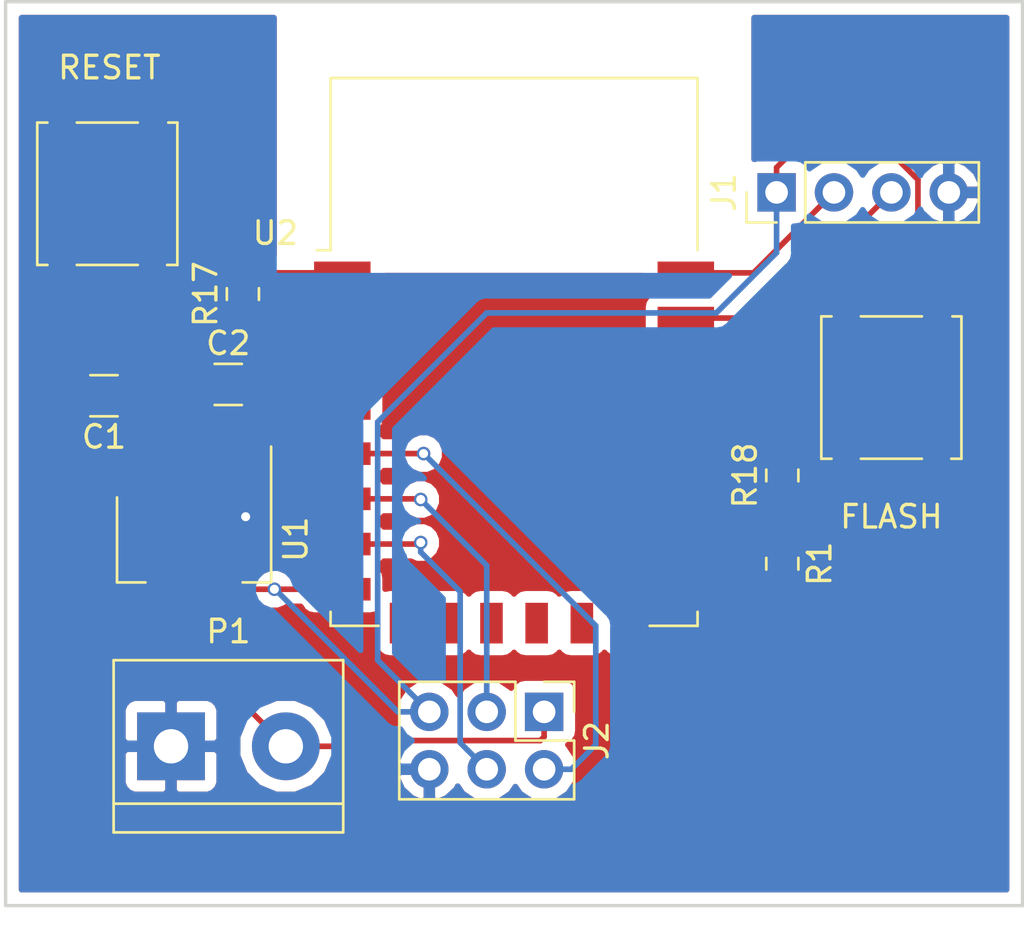
<source format=kicad_pcb>
(kicad_pcb (version 20171130) (host pcbnew 5.0.2-bee76a0~70~ubuntu18.04.1)

  (general
    (thickness 1.6)
    (drawings 5)
    (tracks 95)
    (zones 0)
    (modules 12)
    (nets 12)
  )

  (page A4)
  (layers
    (0 F.Cu signal)
    (31 B.Cu signal)
    (32 B.Adhes user)
    (33 F.Adhes user)
    (34 B.Paste user)
    (35 F.Paste user)
    (36 B.SilkS user)
    (37 F.SilkS user)
    (38 B.Mask user)
    (39 F.Mask user)
    (40 Dwgs.User user)
    (41 Cmts.User user)
    (42 Eco1.User user)
    (43 Eco2.User user)
    (44 Edge.Cuts user)
    (45 Margin user)
    (46 B.CrtYd user)
    (47 F.CrtYd user)
    (48 B.Fab user)
    (49 F.Fab user)
  )

  (setup
    (last_trace_width 0.25)
    (user_trace_width 0.5)
    (trace_clearance 0.2)
    (zone_clearance 0.508)
    (zone_45_only no)
    (trace_min 0.2)
    (segment_width 0.2)
    (edge_width 0.15)
    (via_size 0.6)
    (via_drill 0.4)
    (via_min_size 0.4)
    (via_min_drill 0.3)
    (uvia_size 0.3)
    (uvia_drill 0.1)
    (uvias_allowed no)
    (uvia_min_size 0.2)
    (uvia_min_drill 0.1)
    (pcb_text_width 0.3)
    (pcb_text_size 1.5 1.5)
    (mod_edge_width 0.15)
    (mod_text_size 1 1)
    (mod_text_width 0.15)
    (pad_size 1.524 1.524)
    (pad_drill 0.762)
    (pad_to_mask_clearance 0.2)
    (solder_mask_min_width 0.25)
    (aux_axis_origin 0 0)
    (visible_elements FFFFFF7F)
    (pcbplotparams
      (layerselection 0x010f0_ffffffff)
      (usegerberextensions true)
      (usegerberattributes false)
      (usegerberadvancedattributes false)
      (creategerberjobfile false)
      (excludeedgelayer true)
      (linewidth 0.100000)
      (plotframeref false)
      (viasonmask false)
      (mode 1)
      (useauxorigin false)
      (hpglpennumber 1)
      (hpglpenspeed 20)
      (hpglpendiameter 15.000000)
      (psnegative false)
      (psa4output false)
      (plotreference true)
      (plotvalue true)
      (plotinvisibletext false)
      (padsonsilk false)
      (subtractmaskfromsilk false)
      (outputformat 1)
      (mirror false)
      (drillshape 0)
      (scaleselection 1)
      (outputdirectory "GERBER/"))
  )

  (net 0 "")
  (net 1 /SRCLK)
  (net 2 /RCLK)
  (net 3 /SER)
  (net 4 /TXD)
  (net 5 /RXD)
  (net 6 "Net-(R17-Pad2)")
  (net 7 "Net-(R18-Pad2)")
  (net 8 /5V)
  (net 9 /GND)
  (net 10 /3V3)
  (net 11 "Net-(R1-Pad2)")

  (net_class Default "This is the default net class."
    (clearance 0.2)
    (trace_width 0.25)
    (via_dia 0.6)
    (via_drill 0.4)
    (uvia_dia 0.3)
    (uvia_drill 0.1)
    (add_net /3V3)
    (add_net /5V)
    (add_net /GND)
    (add_net /RCLK)
    (add_net /RXD)
    (add_net /SER)
    (add_net /SRCLK)
    (add_net /TXD)
    (add_net "Net-(R1-Pad2)")
    (add_net "Net-(R17-Pad2)")
    (add_net "Net-(R18-Pad2)")
  )

  (net_class Big ""
    (clearance 0.5)
    (trace_width 0.5)
    (via_dia 0.6)
    (via_drill 0.4)
    (uvia_dia 0.3)
    (uvia_drill 0.1)
  )

  (module Capacitor_SMD:C_1206_3216Metric_Pad1.42x1.75mm_HandSolder (layer F.Cu) (tedit 5B301BBE) (tstamp 5C298585)
    (at 144.352239 92.437726 180)
    (descr "Capacitor SMD 1206 (3216 Metric), square (rectangular) end terminal, IPC_7351 nominal with elongated pad for handsoldering. (Body size source: http://www.tortai-tech.com/upload/download/2011102023233369053.pdf), generated with kicad-footprint-generator")
    (tags "capacitor handsolder")
    (path /587650E8)
    (attr smd)
    (fp_text reference C1 (at 0 -1.82 180) (layer F.SilkS)
      (effects (font (size 1 1) (thickness 0.15)))
    )
    (fp_text value 10uF (at 0 1.82 180) (layer F.Fab)
      (effects (font (size 1 1) (thickness 0.15)))
    )
    (fp_text user %R (at 0 0 180) (layer F.Fab)
      (effects (font (size 0.8 0.8) (thickness 0.12)))
    )
    (fp_line (start 2.45 1.12) (end -2.45 1.12) (layer F.CrtYd) (width 0.05))
    (fp_line (start 2.45 -1.12) (end 2.45 1.12) (layer F.CrtYd) (width 0.05))
    (fp_line (start -2.45 -1.12) (end 2.45 -1.12) (layer F.CrtYd) (width 0.05))
    (fp_line (start -2.45 1.12) (end -2.45 -1.12) (layer F.CrtYd) (width 0.05))
    (fp_line (start -0.602064 0.91) (end 0.602064 0.91) (layer F.SilkS) (width 0.12))
    (fp_line (start -0.602064 -0.91) (end 0.602064 -0.91) (layer F.SilkS) (width 0.12))
    (fp_line (start 1.6 0.8) (end -1.6 0.8) (layer F.Fab) (width 0.1))
    (fp_line (start 1.6 -0.8) (end 1.6 0.8) (layer F.Fab) (width 0.1))
    (fp_line (start -1.6 -0.8) (end 1.6 -0.8) (layer F.Fab) (width 0.1))
    (fp_line (start -1.6 0.8) (end -1.6 -0.8) (layer F.Fab) (width 0.1))
    (pad 2 smd roundrect (at 1.4875 0 180) (size 1.425 1.75) (layers F.Cu F.Paste F.Mask) (roundrect_rratio 0.175439)
      (net 9 /GND))
    (pad 1 smd roundrect (at -1.4875 0 180) (size 1.425 1.75) (layers F.Cu F.Paste F.Mask) (roundrect_rratio 0.175439)
      (net 8 /5V))
    (model ${KISYS3DMOD}/Capacitor_SMD.3dshapes/C_1206_3216Metric.wrl
      (at (xyz 0 0 0))
      (scale (xyz 1 1 1))
      (rotate (xyz 0 0 0))
    )
  )

  (module Capacitor_SMD:C_1206_3216Metric_Pad1.42x1.75mm_HandSolder (layer F.Cu) (tedit 5B301BBE) (tstamp 5C298516)
    (at 149.852239 91.937726)
    (descr "Capacitor SMD 1206 (3216 Metric), square (rectangular) end terminal, IPC_7351 nominal with elongated pad for handsoldering. (Body size source: http://www.tortai-tech.com/upload/download/2011102023233369053.pdf), generated with kicad-footprint-generator")
    (tags "capacitor handsolder")
    (path /58764C44)
    (attr smd)
    (fp_text reference C2 (at 0 -1.82) (layer F.SilkS)
      (effects (font (size 1 1) (thickness 0.15)))
    )
    (fp_text value 10uF (at 0 1.82) (layer F.Fab)
      (effects (font (size 1 1) (thickness 0.15)))
    )
    (fp_line (start -1.6 0.8) (end -1.6 -0.8) (layer F.Fab) (width 0.1))
    (fp_line (start -1.6 -0.8) (end 1.6 -0.8) (layer F.Fab) (width 0.1))
    (fp_line (start 1.6 -0.8) (end 1.6 0.8) (layer F.Fab) (width 0.1))
    (fp_line (start 1.6 0.8) (end -1.6 0.8) (layer F.Fab) (width 0.1))
    (fp_line (start -0.602064 -0.91) (end 0.602064 -0.91) (layer F.SilkS) (width 0.12))
    (fp_line (start -0.602064 0.91) (end 0.602064 0.91) (layer F.SilkS) (width 0.12))
    (fp_line (start -2.45 1.12) (end -2.45 -1.12) (layer F.CrtYd) (width 0.05))
    (fp_line (start -2.45 -1.12) (end 2.45 -1.12) (layer F.CrtYd) (width 0.05))
    (fp_line (start 2.45 -1.12) (end 2.45 1.12) (layer F.CrtYd) (width 0.05))
    (fp_line (start 2.45 1.12) (end -2.45 1.12) (layer F.CrtYd) (width 0.05))
    (fp_text user %R (at 0 0) (layer F.Fab)
      (effects (font (size 0.8 0.8) (thickness 0.12)))
    )
    (pad 1 smd roundrect (at -1.4875 0) (size 1.425 1.75) (layers F.Cu F.Paste F.Mask) (roundrect_rratio 0.175439)
      (net 10 /3V3))
    (pad 2 smd roundrect (at 1.4875 0) (size 1.425 1.75) (layers F.Cu F.Paste F.Mask) (roundrect_rratio 0.175439)
      (net 9 /GND))
    (model ${KISYS3DMOD}/Capacitor_SMD.3dshapes/C_1206_3216Metric.wrl
      (at (xyz 0 0 0))
      (scale (xyz 1 1 1))
      (rotate (xyz 0 0 0))
    )
  )

  (module Connector_PinHeader_2.54mm:PinHeader_1x04_P2.54mm_Vertical (layer F.Cu) (tedit 59FED5CC) (tstamp 5C298617)
    (at 174.117 83.439 90)
    (descr "Through hole straight pin header, 1x04, 2.54mm pitch, single row")
    (tags "Through hole pin header THT 1x04 2.54mm single row")
    (path /5C0704ED)
    (fp_text reference J1 (at 0 -2.33 90) (layer F.SilkS)
      (effects (font (size 1 1) (thickness 0.15)))
    )
    (fp_text value Conn_01x04_Male (at 0 9.95 90) (layer F.Fab)
      (effects (font (size 1 1) (thickness 0.15)))
    )
    (fp_line (start -0.635 -1.27) (end 1.27 -1.27) (layer F.Fab) (width 0.1))
    (fp_line (start 1.27 -1.27) (end 1.27 8.89) (layer F.Fab) (width 0.1))
    (fp_line (start 1.27 8.89) (end -1.27 8.89) (layer F.Fab) (width 0.1))
    (fp_line (start -1.27 8.89) (end -1.27 -0.635) (layer F.Fab) (width 0.1))
    (fp_line (start -1.27 -0.635) (end -0.635 -1.27) (layer F.Fab) (width 0.1))
    (fp_line (start -1.33 8.95) (end 1.33 8.95) (layer F.SilkS) (width 0.12))
    (fp_line (start -1.33 1.27) (end -1.33 8.95) (layer F.SilkS) (width 0.12))
    (fp_line (start 1.33 1.27) (end 1.33 8.95) (layer F.SilkS) (width 0.12))
    (fp_line (start -1.33 1.27) (end 1.33 1.27) (layer F.SilkS) (width 0.12))
    (fp_line (start -1.33 0) (end -1.33 -1.33) (layer F.SilkS) (width 0.12))
    (fp_line (start -1.33 -1.33) (end 0 -1.33) (layer F.SilkS) (width 0.12))
    (fp_line (start -1.8 -1.8) (end -1.8 9.4) (layer F.CrtYd) (width 0.05))
    (fp_line (start -1.8 9.4) (end 1.8 9.4) (layer F.CrtYd) (width 0.05))
    (fp_line (start 1.8 9.4) (end 1.8 -1.8) (layer F.CrtYd) (width 0.05))
    (fp_line (start 1.8 -1.8) (end -1.8 -1.8) (layer F.CrtYd) (width 0.05))
    (fp_text user %R (at 0 3.81 180) (layer F.Fab)
      (effects (font (size 1 1) (thickness 0.15)))
    )
    (pad 1 thru_hole rect (at 0 0 90) (size 1.7 1.7) (drill 1) (layers *.Cu *.Mask)
      (net 10 /3V3))
    (pad 2 thru_hole oval (at 0 2.54 90) (size 1.7 1.7) (drill 1) (layers *.Cu *.Mask)
      (net 4 /TXD))
    (pad 3 thru_hole oval (at 0 5.08 90) (size 1.7 1.7) (drill 1) (layers *.Cu *.Mask)
      (net 5 /RXD))
    (pad 4 thru_hole oval (at 0 7.62 90) (size 1.7 1.7) (drill 1) (layers *.Cu *.Mask)
      (net 9 /GND))
    (model ${KISYS3DMOD}/Connector_PinHeader_2.54mm.3dshapes/PinHeader_1x04_P2.54mm_Vertical.wrl
      (at (xyz 0 0 0))
      (scale (xyz 1 1 1))
      (rotate (xyz 0 0 0))
    )
  )

  (module Connector_PinHeader_2.54mm:PinHeader_2x03_P2.54mm_Vertical (layer F.Cu) (tedit 59FED5CC) (tstamp 5C297A1C)
    (at 163.83 106.426 270)
    (descr "Through hole straight pin header, 2x03, 2.54mm pitch, double rows")
    (tags "Through hole pin header THT 2x03 2.54mm double row")
    (path /5C24A056)
    (fp_text reference J2 (at 1.27 -2.33 270) (layer F.SilkS)
      (effects (font (size 1 1) (thickness 0.15)))
    )
    (fp_text value Conn_02x03_Odd_Even (at 1.27 7.41 270) (layer F.Fab)
      (effects (font (size 1 1) (thickness 0.15)))
    )
    (fp_line (start 0 -1.27) (end 3.81 -1.27) (layer F.Fab) (width 0.1))
    (fp_line (start 3.81 -1.27) (end 3.81 6.35) (layer F.Fab) (width 0.1))
    (fp_line (start 3.81 6.35) (end -1.27 6.35) (layer F.Fab) (width 0.1))
    (fp_line (start -1.27 6.35) (end -1.27 0) (layer F.Fab) (width 0.1))
    (fp_line (start -1.27 0) (end 0 -1.27) (layer F.Fab) (width 0.1))
    (fp_line (start -1.33 6.41) (end 3.87 6.41) (layer F.SilkS) (width 0.12))
    (fp_line (start -1.33 1.27) (end -1.33 6.41) (layer F.SilkS) (width 0.12))
    (fp_line (start 3.87 -1.33) (end 3.87 6.41) (layer F.SilkS) (width 0.12))
    (fp_line (start -1.33 1.27) (end 1.27 1.27) (layer F.SilkS) (width 0.12))
    (fp_line (start 1.27 1.27) (end 1.27 -1.33) (layer F.SilkS) (width 0.12))
    (fp_line (start 1.27 -1.33) (end 3.87 -1.33) (layer F.SilkS) (width 0.12))
    (fp_line (start -1.33 0) (end -1.33 -1.33) (layer F.SilkS) (width 0.12))
    (fp_line (start -1.33 -1.33) (end 0 -1.33) (layer F.SilkS) (width 0.12))
    (fp_line (start -1.8 -1.8) (end -1.8 6.85) (layer F.CrtYd) (width 0.05))
    (fp_line (start -1.8 6.85) (end 4.35 6.85) (layer F.CrtYd) (width 0.05))
    (fp_line (start 4.35 6.85) (end 4.35 -1.8) (layer F.CrtYd) (width 0.05))
    (fp_line (start 4.35 -1.8) (end -1.8 -1.8) (layer F.CrtYd) (width 0.05))
    (fp_text user %R (at 1.27 2.54) (layer F.Fab)
      (effects (font (size 1 1) (thickness 0.15)))
    )
    (pad 1 thru_hole rect (at 0 0 270) (size 1.7 1.7) (drill 1) (layers *.Cu *.Mask)
      (net 8 /5V))
    (pad 2 thru_hole oval (at 2.54 0 270) (size 1.7 1.7) (drill 1) (layers *.Cu *.Mask)
      (net 3 /SER))
    (pad 3 thru_hole oval (at 0 2.54 270) (size 1.7 1.7) (drill 1) (layers *.Cu *.Mask)
      (net 1 /SRCLK))
    (pad 4 thru_hole oval (at 2.54 2.54 270) (size 1.7 1.7) (drill 1) (layers *.Cu *.Mask)
      (net 2 /RCLK))
    (pad 5 thru_hole oval (at 0 5.08 270) (size 1.7 1.7) (drill 1) (layers *.Cu *.Mask)
      (net 10 /3V3))
    (pad 6 thru_hole oval (at 2.54 5.08 270) (size 1.7 1.7) (drill 1) (layers *.Cu *.Mask)
      (net 9 /GND))
    (model ${KISYS3DMOD}/Connector_PinHeader_2.54mm.3dshapes/PinHeader_2x03_P2.54mm_Vertical.wrl
      (at (xyz 0 0 0))
      (scale (xyz 1 1 1))
      (rotate (xyz 0 0 0))
    )
  )

  (module TerminalBlock:TerminalBlock_bornier-2_P5.08mm (layer F.Cu) (tedit 59FF03AB) (tstamp 5C297713)
    (at 147.32 107.95)
    (descr "simple 2-pin terminal block, pitch 5.08mm, revamped version of bornier2")
    (tags "terminal block bornier2")
    (path /58764921)
    (fp_text reference P1 (at 2.54 -5.08) (layer F.SilkS)
      (effects (font (size 1 1) (thickness 0.15)))
    )
    (fp_text value 5VIN (at 2.54 5.08) (layer F.Fab)
      (effects (font (size 1 1) (thickness 0.15)))
    )
    (fp_text user %R (at 2.54 0) (layer F.Fab)
      (effects (font (size 1 1) (thickness 0.15)))
    )
    (fp_line (start -2.41 2.55) (end 7.49 2.55) (layer F.Fab) (width 0.1))
    (fp_line (start -2.46 -3.75) (end -2.46 3.75) (layer F.Fab) (width 0.1))
    (fp_line (start -2.46 3.75) (end 7.54 3.75) (layer F.Fab) (width 0.1))
    (fp_line (start 7.54 3.75) (end 7.54 -3.75) (layer F.Fab) (width 0.1))
    (fp_line (start 7.54 -3.75) (end -2.46 -3.75) (layer F.Fab) (width 0.1))
    (fp_line (start 7.62 2.54) (end -2.54 2.54) (layer F.SilkS) (width 0.12))
    (fp_line (start 7.62 3.81) (end 7.62 -3.81) (layer F.SilkS) (width 0.12))
    (fp_line (start 7.62 -3.81) (end -2.54 -3.81) (layer F.SilkS) (width 0.12))
    (fp_line (start -2.54 -3.81) (end -2.54 3.81) (layer F.SilkS) (width 0.12))
    (fp_line (start -2.54 3.81) (end 7.62 3.81) (layer F.SilkS) (width 0.12))
    (fp_line (start -2.71 -4) (end 7.79 -4) (layer F.CrtYd) (width 0.05))
    (fp_line (start -2.71 -4) (end -2.71 4) (layer F.CrtYd) (width 0.05))
    (fp_line (start 7.79 4) (end 7.79 -4) (layer F.CrtYd) (width 0.05))
    (fp_line (start 7.79 4) (end -2.71 4) (layer F.CrtYd) (width 0.05))
    (pad 1 thru_hole rect (at 0 0) (size 3 3) (drill 1.52) (layers *.Cu *.Mask)
      (net 9 /GND))
    (pad 2 thru_hole circle (at 5.08 0) (size 3 3) (drill 1.52) (layers *.Cu *.Mask)
      (net 8 /5V))
    (model ${KISYS3DMOD}/TerminalBlock.3dshapes/TerminalBlock_bornier-2_P5.08mm.wrl
      (offset (xyz 2.539999961853027 0 0))
      (scale (xyz 1 1 1))
      (rotate (xyz 0 0 0))
    )
  )

  (module Resistor_SMD:R_0805_2012Metric (layer F.Cu) (tedit 5B36C52B) (tstamp 5C297724)
    (at 150.5 87.9375 90)
    (descr "Resistor SMD 0805 (2012 Metric), square (rectangular) end terminal, IPC_7351 nominal, (Body size source: https://docs.google.com/spreadsheets/d/1BsfQQcO9C6DZCsRaXUlFlo91Tg2WpOkGARC1WS5S8t0/edit?usp=sharing), generated with kicad-footprint-generator")
    (tags resistor)
    (path /5C06FB32)
    (attr smd)
    (fp_text reference R17 (at 0 -1.65 90) (layer F.SilkS)
      (effects (font (size 1 1) (thickness 0.15)))
    )
    (fp_text value 10k (at 0 1.65 90) (layer F.Fab)
      (effects (font (size 1 1) (thickness 0.15)))
    )
    (fp_line (start -1 0.6) (end -1 -0.6) (layer F.Fab) (width 0.1))
    (fp_line (start -1 -0.6) (end 1 -0.6) (layer F.Fab) (width 0.1))
    (fp_line (start 1 -0.6) (end 1 0.6) (layer F.Fab) (width 0.1))
    (fp_line (start 1 0.6) (end -1 0.6) (layer F.Fab) (width 0.1))
    (fp_line (start -0.258578 -0.71) (end 0.258578 -0.71) (layer F.SilkS) (width 0.12))
    (fp_line (start -0.258578 0.71) (end 0.258578 0.71) (layer F.SilkS) (width 0.12))
    (fp_line (start -1.68 0.95) (end -1.68 -0.95) (layer F.CrtYd) (width 0.05))
    (fp_line (start -1.68 -0.95) (end 1.68 -0.95) (layer F.CrtYd) (width 0.05))
    (fp_line (start 1.68 -0.95) (end 1.68 0.95) (layer F.CrtYd) (width 0.05))
    (fp_line (start 1.68 0.95) (end -1.68 0.95) (layer F.CrtYd) (width 0.05))
    (fp_text user %R (at 0 0 90) (layer F.Fab)
      (effects (font (size 0.5 0.5) (thickness 0.08)))
    )
    (pad 1 smd roundrect (at -0.9375 0 90) (size 0.975 1.4) (layers F.Cu F.Paste F.Mask) (roundrect_rratio 0.25)
      (net 10 /3V3))
    (pad 2 smd roundrect (at 0.9375 0 90) (size 0.975 1.4) (layers F.Cu F.Paste F.Mask) (roundrect_rratio 0.25)
      (net 6 "Net-(R17-Pad2)"))
    (model ${KISYS3DMOD}/Resistor_SMD.3dshapes/R_0805_2012Metric.wrl
      (at (xyz 0 0 0))
      (scale (xyz 1 1 1))
      (rotate (xyz 0 0 0))
    )
  )

  (module Resistor_SMD:R_0805_2012Metric (layer F.Cu) (tedit 5B36C52B) (tstamp 5C297735)
    (at 174.371 95.9635 90)
    (descr "Resistor SMD 0805 (2012 Metric), square (rectangular) end terminal, IPC_7351 nominal, (Body size source: https://docs.google.com/spreadsheets/d/1BsfQQcO9C6DZCsRaXUlFlo91Tg2WpOkGARC1WS5S8t0/edit?usp=sharing), generated with kicad-footprint-generator")
    (tags resistor)
    (path /5C06FBFA)
    (attr smd)
    (fp_text reference R18 (at 0 -1.65 90) (layer F.SilkS)
      (effects (font (size 1 1) (thickness 0.15)))
    )
    (fp_text value 10k (at 0 1.65 90) (layer F.Fab)
      (effects (font (size 1 1) (thickness 0.15)))
    )
    (fp_text user %R (at 0 0 90) (layer F.Fab)
      (effects (font (size 0.5 0.5) (thickness 0.08)))
    )
    (fp_line (start 1.68 0.95) (end -1.68 0.95) (layer F.CrtYd) (width 0.05))
    (fp_line (start 1.68 -0.95) (end 1.68 0.95) (layer F.CrtYd) (width 0.05))
    (fp_line (start -1.68 -0.95) (end 1.68 -0.95) (layer F.CrtYd) (width 0.05))
    (fp_line (start -1.68 0.95) (end -1.68 -0.95) (layer F.CrtYd) (width 0.05))
    (fp_line (start -0.258578 0.71) (end 0.258578 0.71) (layer F.SilkS) (width 0.12))
    (fp_line (start -0.258578 -0.71) (end 0.258578 -0.71) (layer F.SilkS) (width 0.12))
    (fp_line (start 1 0.6) (end -1 0.6) (layer F.Fab) (width 0.1))
    (fp_line (start 1 -0.6) (end 1 0.6) (layer F.Fab) (width 0.1))
    (fp_line (start -1 -0.6) (end 1 -0.6) (layer F.Fab) (width 0.1))
    (fp_line (start -1 0.6) (end -1 -0.6) (layer F.Fab) (width 0.1))
    (pad 2 smd roundrect (at 0.9375 0 90) (size 0.975 1.4) (layers F.Cu F.Paste F.Mask) (roundrect_rratio 0.25)
      (net 7 "Net-(R18-Pad2)"))
    (pad 1 smd roundrect (at -0.9375 0 90) (size 0.975 1.4) (layers F.Cu F.Paste F.Mask) (roundrect_rratio 0.25)
      (net 10 /3V3))
    (model ${KISYS3DMOD}/Resistor_SMD.3dshapes/R_0805_2012Metric.wrl
      (at (xyz 0 0 0))
      (scale (xyz 1 1 1))
      (rotate (xyz 0 0 0))
    )
  )

  (module Button_Switch_SMD:SW_SPST_EVPBF (layer F.Cu) (tedit 5C7F76D5) (tstamp 5C29774F)
    (at 144.5 83.5 90)
    (descr "Light Touch Switch")
    (path /5C06FFA3)
    (attr smd)
    (fp_text reference RESET (at 5.5855 0.0895 180) (layer F.SilkS)
      (effects (font (size 1 1) (thickness 0.15)))
    )
    (fp_text value SW_DPST (at 0 4.25 90) (layer F.Fab)
      (effects (font (size 1 1) (thickness 0.15)))
    )
    (fp_circle (center 0 0) (end 1.7 0) (layer F.Fab) (width 0.1))
    (fp_line (start -4.5 3.25) (end -4.5 -3.25) (layer F.CrtYd) (width 0.05))
    (fp_line (start 4.5 3.25) (end -4.5 3.25) (layer F.CrtYd) (width 0.05))
    (fp_line (start 4.5 -3.25) (end 4.5 3.25) (layer F.CrtYd) (width 0.05))
    (fp_line (start -4.5 -3.25) (end 4.5 -3.25) (layer F.CrtYd) (width 0.05))
    (fp_text user %R (at 0 -3.9 90) (layer F.Fab)
      (effects (font (size 1 1) (thickness 0.15)))
    )
    (fp_line (start -3 3) (end -3 -3) (layer F.Fab) (width 0.1))
    (fp_line (start 3 3) (end -3 3) (layer F.Fab) (width 0.1))
    (fp_line (start 3 -3) (end 3 3) (layer F.Fab) (width 0.1))
    (fp_line (start -3 -3) (end 3 -3) (layer F.Fab) (width 0.1))
    (fp_line (start -3.15 -2.65) (end -3.15 -3.1) (layer F.SilkS) (width 0.12))
    (fp_line (start 3.15 -3.1) (end 3.15 -2.65) (layer F.SilkS) (width 0.12))
    (fp_line (start -3.15 -3.1) (end 3.15 -3.1) (layer F.SilkS) (width 0.12))
    (fp_line (start 3.15 -1.35) (end 3.15 1.35) (layer F.SilkS) (width 0.12))
    (fp_line (start -3.15 1.35) (end -3.15 -1.35) (layer F.SilkS) (width 0.12))
    (fp_line (start 3.15 3.1) (end 3.15 2.7) (layer F.SilkS) (width 0.12))
    (fp_line (start -3.15 3.1) (end 3.15 3.1) (layer F.SilkS) (width 0.12))
    (fp_line (start -3.15 2.65) (end -3.15 3.1) (layer F.SilkS) (width 0.12))
    (pad 2 smd rect (at 2.88 2 90) (size 2.75 1) (layers F.Cu F.Paste F.Mask)
      (net 6 "Net-(R17-Pad2)"))
    (pad 2 smd rect (at -2.88 2 90) (size 2.75 1) (layers F.Cu F.Paste F.Mask)
      (net 6 "Net-(R17-Pad2)"))
    (pad 1 smd rect (at -2.88 -2 90) (size 2.75 1) (layers F.Cu F.Paste F.Mask)
      (net 9 /GND))
    (pad 1 smd rect (at 2.88 -2 90) (size 2.75 1) (layers F.Cu F.Paste F.Mask)
      (net 9 /GND))
    (model ${KISYS3DMOD}/Button_Switch_SMD.3dshapes/SW_SPST_EVPBF.wrl
      (at (xyz 0 0 0))
      (scale (xyz 1 1 1))
      (rotate (xyz 0 0 0))
    )
  )

  (module Button_Switch_SMD:SW_SPST_EVPBF (layer F.Cu) (tedit 5C7F76E2) (tstamp 5C297769)
    (at 179.197 92.075 90)
    (descr "Light Touch Switch")
    (path /5C06FE52)
    (attr smd)
    (fp_text reference FLASH (at -5.715 0 180) (layer F.SilkS)
      (effects (font (size 1 1) (thickness 0.15)))
    )
    (fp_text value SW_DPST (at 0 4.25 90) (layer F.Fab)
      (effects (font (size 1 1) (thickness 0.15)))
    )
    (fp_line (start -3.15 2.65) (end -3.15 3.1) (layer F.SilkS) (width 0.12))
    (fp_line (start -3.15 3.1) (end 3.15 3.1) (layer F.SilkS) (width 0.12))
    (fp_line (start 3.15 3.1) (end 3.15 2.7) (layer F.SilkS) (width 0.12))
    (fp_line (start -3.15 1.35) (end -3.15 -1.35) (layer F.SilkS) (width 0.12))
    (fp_line (start 3.15 -1.35) (end 3.15 1.35) (layer F.SilkS) (width 0.12))
    (fp_line (start -3.15 -3.1) (end 3.15 -3.1) (layer F.SilkS) (width 0.12))
    (fp_line (start 3.15 -3.1) (end 3.15 -2.65) (layer F.SilkS) (width 0.12))
    (fp_line (start -3.15 -2.65) (end -3.15 -3.1) (layer F.SilkS) (width 0.12))
    (fp_line (start -3 -3) (end 3 -3) (layer F.Fab) (width 0.1))
    (fp_line (start 3 -3) (end 3 3) (layer F.Fab) (width 0.1))
    (fp_line (start 3 3) (end -3 3) (layer F.Fab) (width 0.1))
    (fp_line (start -3 3) (end -3 -3) (layer F.Fab) (width 0.1))
    (fp_text user %R (at 0 -3.9 90) (layer F.Fab)
      (effects (font (size 1 1) (thickness 0.15)))
    )
    (fp_line (start -4.5 -3.25) (end 4.5 -3.25) (layer F.CrtYd) (width 0.05))
    (fp_line (start 4.5 -3.25) (end 4.5 3.25) (layer F.CrtYd) (width 0.05))
    (fp_line (start 4.5 3.25) (end -4.5 3.25) (layer F.CrtYd) (width 0.05))
    (fp_line (start -4.5 3.25) (end -4.5 -3.25) (layer F.CrtYd) (width 0.05))
    (fp_circle (center 0 0) (end 1.7 0) (layer F.Fab) (width 0.1))
    (pad 1 smd rect (at 2.88 -2 90) (size 2.75 1) (layers F.Cu F.Paste F.Mask)
      (net 7 "Net-(R18-Pad2)"))
    (pad 1 smd rect (at -2.88 -2 90) (size 2.75 1) (layers F.Cu F.Paste F.Mask)
      (net 7 "Net-(R18-Pad2)"))
    (pad 2 smd rect (at -2.88 2 90) (size 2.75 1) (layers F.Cu F.Paste F.Mask)
      (net 9 /GND))
    (pad 2 smd rect (at 2.88 2 90) (size 2.75 1) (layers F.Cu F.Paste F.Mask)
      (net 9 /GND))
    (model ${KISYS3DMOD}/Button_Switch_SMD.3dshapes/SW_SPST_EVPBF.wrl
      (at (xyz 0 0 0))
      (scale (xyz 1 1 1))
      (rotate (xyz 0 0 0))
    )
  )

  (module Package_TO_SOT_SMD:SOT-223-3_TabPin2 (layer F.Cu) (tedit 5A02FF57) (tstamp 5C29854B)
    (at 148.339739 98.787726 270)
    (descr "module CMS SOT223 4 pins")
    (tags "CMS SOT")
    (path /58764782)
    (attr smd)
    (fp_text reference U1 (at 0 -4.5 270) (layer F.SilkS)
      (effects (font (size 1 1) (thickness 0.15)))
    )
    (fp_text value AMS1117 (at 0 4.5 270) (layer F.Fab)
      (effects (font (size 1 1) (thickness 0.15)))
    )
    (fp_text user %R (at 0 0) (layer F.Fab)
      (effects (font (size 0.8 0.8) (thickness 0.12)))
    )
    (fp_line (start 1.91 3.41) (end 1.91 2.15) (layer F.SilkS) (width 0.12))
    (fp_line (start 1.91 -3.41) (end 1.91 -2.15) (layer F.SilkS) (width 0.12))
    (fp_line (start 4.4 -3.6) (end -4.4 -3.6) (layer F.CrtYd) (width 0.05))
    (fp_line (start 4.4 3.6) (end 4.4 -3.6) (layer F.CrtYd) (width 0.05))
    (fp_line (start -4.4 3.6) (end 4.4 3.6) (layer F.CrtYd) (width 0.05))
    (fp_line (start -4.4 -3.6) (end -4.4 3.6) (layer F.CrtYd) (width 0.05))
    (fp_line (start -1.85 -2.35) (end -0.85 -3.35) (layer F.Fab) (width 0.1))
    (fp_line (start -1.85 -2.35) (end -1.85 3.35) (layer F.Fab) (width 0.1))
    (fp_line (start -1.85 3.41) (end 1.91 3.41) (layer F.SilkS) (width 0.12))
    (fp_line (start -0.85 -3.35) (end 1.85 -3.35) (layer F.Fab) (width 0.1))
    (fp_line (start -4.1 -3.41) (end 1.91 -3.41) (layer F.SilkS) (width 0.12))
    (fp_line (start -1.85 3.35) (end 1.85 3.35) (layer F.Fab) (width 0.1))
    (fp_line (start 1.85 -3.35) (end 1.85 3.35) (layer F.Fab) (width 0.1))
    (pad 2 smd rect (at 3.15 0 270) (size 2 3.8) (layers F.Cu F.Paste F.Mask)
      (net 10 /3V3))
    (pad 2 smd rect (at -3.15 0 270) (size 2 1.5) (layers F.Cu F.Paste F.Mask)
      (net 10 /3V3))
    (pad 3 smd rect (at -3.15 2.3 270) (size 2 1.5) (layers F.Cu F.Paste F.Mask)
      (net 8 /5V))
    (pad 1 smd rect (at -3.15 -2.3 270) (size 2 1.5) (layers F.Cu F.Paste F.Mask)
      (net 9 /GND))
    (model ${KISYS3DMOD}/Package_TO_SOT_SMD.3dshapes/SOT-223.wrl
      (at (xyz 0 0 0))
      (scale (xyz 1 1 1))
      (rotate (xyz 0 0 0))
    )
  )

  (module RF_Module:ESP-12E (layer F.Cu) (tedit 5A030172) (tstamp 5C2977BA)
    (at 162.5 90.5)
    (descr "Wi-Fi Module, http://wiki.ai-thinker.com/_media/esp8266/docs/aithinker_esp_12f_datasheet_en.pdf")
    (tags "Wi-Fi Module")
    (path /5C06F895)
    (attr smd)
    (fp_text reference U2 (at -10.56 -5.26) (layer F.SilkS)
      (effects (font (size 1 1) (thickness 0.15)))
    )
    (fp_text value ESP-12F (at -0.06 -12.78) (layer F.Fab)
      (effects (font (size 1 1) (thickness 0.15)))
    )
    (fp_text user Antenna (at -0.06 -7 180) (layer Cmts.User)
      (effects (font (size 1 1) (thickness 0.15)))
    )
    (fp_text user "KEEP-OUT ZONE" (at 0.03 -9.55 180) (layer Cmts.User)
      (effects (font (size 1 1) (thickness 0.15)))
    )
    (fp_text user %R (at 0.49 -0.8) (layer F.Fab)
      (effects (font (size 1 1) (thickness 0.15)))
    )
    (fp_line (start -8 -12) (end 8 -12) (layer F.Fab) (width 0.12))
    (fp_line (start 8 -12) (end 8 12) (layer F.Fab) (width 0.12))
    (fp_line (start 8 12) (end -8 12) (layer F.Fab) (width 0.12))
    (fp_line (start -8 12) (end -8 -3) (layer F.Fab) (width 0.12))
    (fp_line (start -8 -3) (end -7.5 -3.5) (layer F.Fab) (width 0.12))
    (fp_line (start -7.5 -3.5) (end -8 -4) (layer F.Fab) (width 0.12))
    (fp_line (start -8 -4) (end -8 -12) (layer F.Fab) (width 0.12))
    (fp_line (start -9.05 -12.2) (end 9.05 -12.2) (layer F.CrtYd) (width 0.05))
    (fp_line (start 9.05 -12.2) (end 9.05 13.1) (layer F.CrtYd) (width 0.05))
    (fp_line (start 9.05 13.1) (end -9.05 13.1) (layer F.CrtYd) (width 0.05))
    (fp_line (start -9.05 13.1) (end -9.05 -12.2) (layer F.CrtYd) (width 0.05))
    (fp_line (start -8.12 -12.12) (end 8.12 -12.12) (layer F.SilkS) (width 0.12))
    (fp_line (start 8.12 -12.12) (end 8.12 -4.5) (layer F.SilkS) (width 0.12))
    (fp_line (start 8.12 11.5) (end 8.12 12.12) (layer F.SilkS) (width 0.12))
    (fp_line (start 8.12 12.12) (end 6 12.12) (layer F.SilkS) (width 0.12))
    (fp_line (start -6 12.12) (end -8.12 12.12) (layer F.SilkS) (width 0.12))
    (fp_line (start -8.12 12.12) (end -8.12 11.5) (layer F.SilkS) (width 0.12))
    (fp_line (start -8.12 -4.5) (end -8.12 -12.12) (layer F.SilkS) (width 0.12))
    (fp_line (start -8.12 -4.5) (end -8.73 -4.5) (layer F.SilkS) (width 0.12))
    (fp_line (start -8.12 -12.12) (end 8.12 -12.12) (layer Dwgs.User) (width 0.12))
    (fp_line (start 8.12 -12.12) (end 8.12 -4.8) (layer Dwgs.User) (width 0.12))
    (fp_line (start 8.12 -4.8) (end -8.12 -4.8) (layer Dwgs.User) (width 0.12))
    (fp_line (start -8.12 -4.8) (end -8.12 -12.12) (layer Dwgs.User) (width 0.12))
    (fp_line (start -8.12 -9.12) (end -5.12 -12.12) (layer Dwgs.User) (width 0.12))
    (fp_line (start -8.12 -6.12) (end -2.12 -12.12) (layer Dwgs.User) (width 0.12))
    (fp_line (start -6.44 -4.8) (end 0.88 -12.12) (layer Dwgs.User) (width 0.12))
    (fp_line (start -3.44 -4.8) (end 3.88 -12.12) (layer Dwgs.User) (width 0.12))
    (fp_line (start -0.44 -4.8) (end 6.88 -12.12) (layer Dwgs.User) (width 0.12))
    (fp_line (start 2.56 -4.8) (end 8.12 -10.36) (layer Dwgs.User) (width 0.12))
    (fp_line (start 5.56 -4.8) (end 8.12 -7.36) (layer Dwgs.User) (width 0.12))
    (pad 1 smd rect (at -7.6 -3.5) (size 2.5 1) (layers F.Cu F.Paste F.Mask)
      (net 6 "Net-(R17-Pad2)"))
    (pad 2 smd rect (at -7.6 -1.5) (size 2.5 1) (layers F.Cu F.Paste F.Mask))
    (pad 3 smd rect (at -7.6 0.5) (size 2.5 1) (layers F.Cu F.Paste F.Mask)
      (net 10 /3V3))
    (pad 4 smd rect (at -7.6 2.5) (size 2.5 1) (layers F.Cu F.Paste F.Mask))
    (pad 5 smd rect (at -7.6 4.5) (size 2.5 1) (layers F.Cu F.Paste F.Mask)
      (net 3 /SER))
    (pad 6 smd rect (at -7.6 6.5) (size 2.5 1) (layers F.Cu F.Paste F.Mask)
      (net 1 /SRCLK))
    (pad 7 smd rect (at -7.6 8.5) (size 2.5 1) (layers F.Cu F.Paste F.Mask)
      (net 2 /RCLK))
    (pad 8 smd rect (at -7.6 10.5) (size 2.5 1) (layers F.Cu F.Paste F.Mask)
      (net 10 /3V3))
    (pad 9 smd rect (at -5 12) (size 1 1.8) (layers F.Cu F.Paste F.Mask))
    (pad 10 smd rect (at -3 12) (size 1 1.8) (layers F.Cu F.Paste F.Mask))
    (pad 11 smd rect (at -1 12) (size 1 1.8) (layers F.Cu F.Paste F.Mask))
    (pad 12 smd rect (at 1 12) (size 1 1.8) (layers F.Cu F.Paste F.Mask))
    (pad 13 smd rect (at 3 12) (size 1 1.8) (layers F.Cu F.Paste F.Mask))
    (pad 14 smd rect (at 5 12) (size 1 1.8) (layers F.Cu F.Paste F.Mask))
    (pad 15 smd rect (at 7.6 10.5) (size 2.5 1) (layers F.Cu F.Paste F.Mask)
      (net 9 /GND))
    (pad 16 smd rect (at 7.6 8.5) (size 2.5 1) (layers F.Cu F.Paste F.Mask)
      (net 9 /GND))
    (pad 17 smd rect (at 7.6 6.5) (size 2.5 1) (layers F.Cu F.Paste F.Mask)
      (net 11 "Net-(R1-Pad2)"))
    (pad 18 smd rect (at 7.6 4.5) (size 2.5 1) (layers F.Cu F.Paste F.Mask)
      (net 7 "Net-(R18-Pad2)"))
    (pad 19 smd rect (at 7.6 2.5) (size 2.5 1) (layers F.Cu F.Paste F.Mask))
    (pad 20 smd rect (at 7.6 0.5) (size 2.5 1) (layers F.Cu F.Paste F.Mask))
    (pad 21 smd rect (at 7.6 -1.5) (size 2.5 1) (layers F.Cu F.Paste F.Mask)
      (net 5 /RXD))
    (pad 22 smd rect (at 7.6 -3.5) (size 2.5 1) (layers F.Cu F.Paste F.Mask)
      (net 4 /TXD))
    (model ${KISYS3DMOD}/RF_Module.3dshapes/ESP-12E.wrl
      (at (xyz 0 0 0))
      (scale (xyz 1 1 1))
      (rotate (xyz 0 0 0))
    )
  )

  (module Resistor_SMD:R_0805_2012Metric (layer F.Cu) (tedit 5B36C52B) (tstamp 5C8BFB42)
    (at 174.371 99.8705 270)
    (descr "Resistor SMD 0805 (2012 Metric), square (rectangular) end terminal, IPC_7351 nominal, (Body size source: https://docs.google.com/spreadsheets/d/1BsfQQcO9C6DZCsRaXUlFlo91Tg2WpOkGARC1WS5S8t0/edit?usp=sharing), generated with kicad-footprint-generator")
    (tags resistor)
    (path /5C7F9C96)
    (attr smd)
    (fp_text reference R1 (at 0 -1.65 270) (layer F.SilkS)
      (effects (font (size 1 1) (thickness 0.15)))
    )
    (fp_text value 10k (at 0 1.65 270) (layer F.Fab)
      (effects (font (size 1 1) (thickness 0.15)))
    )
    (fp_line (start -1 0.6) (end -1 -0.6) (layer F.Fab) (width 0.1))
    (fp_line (start -1 -0.6) (end 1 -0.6) (layer F.Fab) (width 0.1))
    (fp_line (start 1 -0.6) (end 1 0.6) (layer F.Fab) (width 0.1))
    (fp_line (start 1 0.6) (end -1 0.6) (layer F.Fab) (width 0.1))
    (fp_line (start -0.258578 -0.71) (end 0.258578 -0.71) (layer F.SilkS) (width 0.12))
    (fp_line (start -0.258578 0.71) (end 0.258578 0.71) (layer F.SilkS) (width 0.12))
    (fp_line (start -1.68 0.95) (end -1.68 -0.95) (layer F.CrtYd) (width 0.05))
    (fp_line (start -1.68 -0.95) (end 1.68 -0.95) (layer F.CrtYd) (width 0.05))
    (fp_line (start 1.68 -0.95) (end 1.68 0.95) (layer F.CrtYd) (width 0.05))
    (fp_line (start 1.68 0.95) (end -1.68 0.95) (layer F.CrtYd) (width 0.05))
    (fp_text user %R (at 0 0 270) (layer F.Fab)
      (effects (font (size 0.5 0.5) (thickness 0.08)))
    )
    (pad 1 smd roundrect (at -0.9375 0 270) (size 0.975 1.4) (layers F.Cu F.Paste F.Mask) (roundrect_rratio 0.25)
      (net 10 /3V3))
    (pad 2 smd roundrect (at 0.9375 0 270) (size 0.975 1.4) (layers F.Cu F.Paste F.Mask) (roundrect_rratio 0.25)
      (net 11 "Net-(R1-Pad2)"))
    (model ${KISYS3DMOD}/Resistor_SMD.3dshapes/R_0805_2012Metric.wrl
      (at (xyz 0 0 0))
      (scale (xyz 1 1 1))
      (rotate (xyz 0 0 0))
    )
  )

  (gr_line (start 140 75) (end 185 75) (layer Edge.Cuts) (width 0.15))
  (gr_line (start 140 115) (end 140 75) (layer Edge.Cuts) (width 0.15))
  (gr_line (start 185 115) (end 140 115) (layer Edge.Cuts) (width 0.15))
  (gr_line (start 185 110) (end 185 115) (layer Edge.Cuts) (width 0.15))
  (gr_line (start 185 75) (end 185 110) (layer Edge.Cuts) (width 0.15))

  (via (at 158.369 97.028) (size 0.6) (drill 0.4) (layers F.Cu B.Cu) (net 1))
  (segment (start 154.9 97) (end 158.341 97) (width 0.25) (layer F.Cu) (net 1))
  (segment (start 158.341 97) (end 158.369 97.028) (width 0.25) (layer F.Cu) (net 1))
  (segment (start 161.29 99.949) (end 161.29 106.426) (width 0.25) (layer B.Cu) (net 1))
  (segment (start 158.369 97.028) (end 161.29 99.949) (width 0.25) (layer B.Cu) (net 1))
  (via (at 158.369 98.933) (size 0.6) (drill 0.4) (layers F.Cu B.Cu) (net 2))
  (segment (start 154.9 99) (end 158.302 99) (width 0.25) (layer F.Cu) (net 2))
  (segment (start 158.302 99) (end 158.369 98.933) (width 0.25) (layer F.Cu) (net 2))
  (segment (start 158.369 99.357264) (end 160.114999 101.103263) (width 0.25) (layer B.Cu) (net 2))
  (segment (start 160.440001 108.116001) (end 161.29 108.966) (width 0.25) (layer B.Cu) (net 2))
  (segment (start 160.114999 107.790999) (end 160.440001 108.116001) (width 0.25) (layer B.Cu) (net 2))
  (segment (start 160.114999 101.103263) (end 160.114999 107.790999) (width 0.25) (layer B.Cu) (net 2))
  (segment (start 158.369 98.933) (end 158.369 99.357264) (width 0.25) (layer B.Cu) (net 2))
  (segment (start 165.032081 108.966) (end 166.116 107.882081) (width 0.25) (layer B.Cu) (net 3))
  (segment (start 163.83 108.966) (end 165.032081 108.966) (width 0.25) (layer B.Cu) (net 3))
  (segment (start 166.116 107.882081) (end 166.116 102.616) (width 0.25) (layer B.Cu) (net 3))
  (via (at 158.496 94.996) (size 0.6) (drill 0.4) (layers F.Cu B.Cu) (net 3))
  (segment (start 166.116 102.616) (end 158.496 94.996) (width 0.25) (layer B.Cu) (net 3))
  (segment (start 154.904 94.996) (end 154.9 95) (width 0.25) (layer F.Cu) (net 3))
  (segment (start 158.496 94.996) (end 154.904 94.996) (width 0.25) (layer F.Cu) (net 3))
  (segment (start 173.096 87) (end 176.657 83.439) (width 0.25) (layer F.Cu) (net 4))
  (segment (start 170.1 87) (end 173.096 87) (width 0.25) (layer F.Cu) (net 4))
  (segment (start 173.636 89) (end 170.1 89) (width 0.25) (layer F.Cu) (net 5))
  (segment (start 179.197 83.439) (end 173.636 89) (width 0.25) (layer F.Cu) (net 5))
  (segment (start 154.9 87) (end 150.5 87) (width 0.25) (layer F.Cu) (net 6))
  (segment (start 149.88 86.38) (end 146.5 86.38) (width 0.25) (layer F.Cu) (net 6))
  (segment (start 150.5 87) (end 149.88 86.38) (width 0.25) (layer F.Cu) (net 6))
  (segment (start 146.5 84.755) (end 146.5 80.62) (width 0.25) (layer F.Cu) (net 6))
  (segment (start 146.5 86.38) (end 146.5 84.755) (width 0.25) (layer F.Cu) (net 6))
  (segment (start 172.361 95.026) (end 172.335 95) (width 0.25) (layer F.Cu) (net 7))
  (segment (start 174.371 95.026) (end 172.361 95.026) (width 0.25) (layer F.Cu) (net 7))
  (segment (start 172.335 95) (end 170.1 95) (width 0.25) (layer F.Cu) (net 7))
  (segment (start 177.197 90.82) (end 177.197 94.955) (width 0.25) (layer F.Cu) (net 7))
  (segment (start 177.197 89.195) (end 177.197 90.82) (width 0.25) (layer F.Cu) (net 7))
  (segment (start 174.442 94.955) (end 174.371 95.026) (width 0.25) (layer F.Cu) (net 7))
  (segment (start 177.197 94.955) (end 174.442 94.955) (width 0.25) (layer F.Cu) (net 7))
  (segment (start 145.839739 95.437726) (end 146.039739 95.637726) (width 0.25) (layer F.Cu) (net 8))
  (segment (start 145.839739 92.437726) (end 145.839739 95.437726) (width 0.25) (layer F.Cu) (net 8))
  (segment (start 163.83 107.526) (end 163.66 107.696) (width 0.25) (layer F.Cu) (net 8))
  (segment (start 163.83 106.426) (end 163.83 107.526) (width 0.25) (layer F.Cu) (net 8))
  (segment (start 154.52132 107.95) (end 152.4 107.95) (width 0.25) (layer F.Cu) (net 8))
  (segment (start 154.77532 107.696) (end 154.52132 107.95) (width 0.25) (layer F.Cu) (net 8))
  (segment (start 163.66 107.696) (end 154.77532 107.696) (width 0.25) (layer F.Cu) (net 8))
  (segment (start 146.039739 96.887726) (end 146.039739 95.637726) (width 0.25) (layer F.Cu) (net 8))
  (segment (start 145.034 102.997) (end 145.034 97.893465) (width 0.25) (layer F.Cu) (net 8))
  (segment (start 145.034 97.893465) (end 146.039739 96.887726) (width 0.25) (layer F.Cu) (net 8))
  (segment (start 152.4 107.95) (end 148.971 104.521) (width 0.25) (layer F.Cu) (net 8))
  (segment (start 146.558 104.521) (end 145.034 102.997) (width 0.25) (layer F.Cu) (net 8))
  (segment (start 148.971 104.521) (end 146.558 104.521) (width 0.25) (layer F.Cu) (net 8))
  (via (at 150.622 97.79) (size 0.6) (drill 0.4) (layers F.Cu B.Cu) (net 9))
  (segment (start 150.639739 95.637726) (end 150.639739 97.772261) (width 0.25) (layer F.Cu) (net 9))
  (segment (start 150.639739 97.772261) (end 150.622 97.79) (width 0.25) (layer F.Cu) (net 9))
  (segment (start 147.32 101.092) (end 147.32 107.95) (width 0.25) (layer B.Cu) (net 9))
  (segment (start 150.622 97.79) (end 147.32 101.092) (width 0.25) (layer B.Cu) (net 9))
  (segment (start 148.364739 91.157261) (end 148.364739 91.937726) (width 0.25) (layer F.Cu) (net 10))
  (segment (start 150.5 88.875) (end 150.5 89.022) (width 0.25) (layer F.Cu) (net 10))
  (segment (start 150.5 89.022) (end 148.364739 91.157261) (width 0.25) (layer F.Cu) (net 10))
  (segment (start 151.105 88.875) (end 150.5 88.875) (width 0.25) (layer F.Cu) (net 10))
  (segment (start 154.9 91) (end 153.23 91) (width 0.25) (layer F.Cu) (net 10))
  (segment (start 153.23 91) (end 151.105 88.875) (width 0.25) (layer F.Cu) (net 10))
  (segment (start 148.364739 95.612726) (end 148.339739 95.637726) (width 0.25) (layer F.Cu) (net 10))
  (segment (start 148.364739 91.937726) (end 148.364739 95.612726) (width 0.25) (layer F.Cu) (net 10))
  (segment (start 148.339739 96.887726) (end 148.339739 101.937726) (width 0.25) (layer F.Cu) (net 10))
  (segment (start 148.339739 95.637726) (end 148.339739 96.887726) (width 0.25) (layer F.Cu) (net 10))
  (segment (start 149.277465 101) (end 148.339739 101.937726) (width 0.25) (layer F.Cu) (net 10))
  (segment (start 179.07 87.757) (end 179.07 96.266) (width 0.25) (layer F.Cu) (net 10))
  (segment (start 174.117 82.339) (end 174.922 81.534) (width 0.25) (layer F.Cu) (net 10))
  (segment (start 174.117 83.439) (end 174.117 82.339) (width 0.25) (layer F.Cu) (net 10))
  (segment (start 179.031002 81.534) (end 180.372001 82.874999) (width 0.25) (layer F.Cu) (net 10))
  (segment (start 180.372001 86.454999) (end 179.07 87.757) (width 0.25) (layer F.Cu) (net 10))
  (segment (start 174.922 81.534) (end 179.031002 81.534) (width 0.25) (layer F.Cu) (net 10))
  (segment (start 180.372001 82.874999) (end 180.372001 86.454999) (width 0.25) (layer F.Cu) (net 10))
  (via (at 151.892 101) (size 0.6) (drill 0.4) (layers F.Cu B.Cu) (net 10))
  (segment (start 154.9 101) (end 151.892 101) (width 0.25) (layer F.Cu) (net 10))
  (segment (start 151.892 101) (end 149.277465 101) (width 0.25) (layer F.Cu) (net 10))
  (segment (start 151.927 101) (end 151.892 101) (width 0.25) (layer B.Cu) (net 10))
  (segment (start 158.75 106.426) (end 157.353 106.426) (width 0.25) (layer B.Cu) (net 10))
  (segment (start 157.353 106.426) (end 151.927 101) (width 0.25) (layer B.Cu) (net 10))
  (segment (start 178.435 96.901) (end 179.07 96.266) (width 0.25) (layer F.Cu) (net 10))
  (segment (start 174.371 96.901) (end 178.435 96.901) (width 0.25) (layer F.Cu) (net 10))
  (segment (start 157.900001 105.576001) (end 158.75 106.426) (width 0.25) (layer B.Cu) (net 10))
  (segment (start 174.117 86.106) (end 171.45 88.773) (width 0.25) (layer B.Cu) (net 10))
  (segment (start 174.117 83.439) (end 174.117 86.106) (width 0.25) (layer B.Cu) (net 10))
  (segment (start 171.45 88.773) (end 161.29 88.773) (width 0.25) (layer B.Cu) (net 10))
  (segment (start 161.29 88.773) (end 156.464 93.599) (width 0.25) (layer B.Cu) (net 10))
  (segment (start 156.464 93.599) (end 156.464 104.14) (width 0.25) (layer B.Cu) (net 10))
  (segment (start 156.464 104.14) (end 157.900001 105.576001) (width 0.25) (layer B.Cu) (net 10))
  (segment (start 174.371 98.933) (end 174.371 96.901) (width 0.25) (layer F.Cu) (net 10))
  (segment (start 170.1 97) (end 170.85 97) (width 0.25) (layer F.Cu) (net 11))
  (segment (start 171.958 97.028) (end 172.593 97.663) (width 0.25) (layer F.Cu) (net 11))
  (segment (start 170.878 97.028) (end 171.958 97.028) (width 0.25) (layer F.Cu) (net 11))
  (segment (start 173.0075 100.808) (end 174.371 100.808) (width 0.25) (layer F.Cu) (net 11))
  (segment (start 170.85 97) (end 170.878 97.028) (width 0.25) (layer F.Cu) (net 11))
  (segment (start 172.593 97.663) (end 172.593 100.3935) (width 0.25) (layer F.Cu) (net 11))
  (segment (start 172.593 100.3935) (end 173.0075 100.808) (width 0.25) (layer F.Cu) (net 11))

  (zone (net 9) (net_name /GND) (layer F.Cu) (tstamp 0) (hatch edge 0.508)
    (connect_pads (clearance 0.508))
    (min_thickness 0.254)
    (fill yes (arc_segments 16) (thermal_gap 0.508) (thermal_bridge_width 0.508))
    (polygon
      (pts
        (xy 185 75) (xy 173 75) (xy 173 87) (xy 152 87) (xy 152 75)
        (xy 140 75) (xy 140 115) (xy 185 115)
      )
    )
    (filled_polygon
      (pts
        (xy 151.873 86.24) (xy 151.662533 86.24) (xy 151.586416 86.126084) (xy 151.297294 85.932898) (xy 150.95625 85.86506)
        (xy 150.449972 85.86506) (xy 150.427929 85.832071) (xy 150.176537 85.664096) (xy 149.954852 85.62) (xy 149.954847 85.62)
        (xy 149.88 85.605112) (xy 149.805153 85.62) (xy 147.64744 85.62) (xy 147.64744 85.005) (xy 147.598157 84.757235)
        (xy 147.457809 84.547191) (xy 147.26 84.415018) (xy 147.26 82.584982) (xy 147.457809 82.452809) (xy 147.598157 82.242765)
        (xy 147.64744 81.995) (xy 147.64744 79.245) (xy 147.598157 78.997235) (xy 147.457809 78.787191) (xy 147.247765 78.646843)
        (xy 147 78.59756) (xy 146 78.59756) (xy 145.752235 78.646843) (xy 145.542191 78.787191) (xy 145.401843 78.997235)
        (xy 145.35256 79.245) (xy 145.35256 81.995) (xy 145.401843 82.242765) (xy 145.542191 82.452809) (xy 145.740001 82.584982)
        (xy 145.74 84.415018) (xy 145.542191 84.547191) (xy 145.401843 84.757235) (xy 145.35256 85.005) (xy 145.35256 87.755)
        (xy 145.401843 88.002765) (xy 145.542191 88.212809) (xy 145.752235 88.353157) (xy 146 88.40244) (xy 147 88.40244)
        (xy 147.247765 88.353157) (xy 147.457809 88.212809) (xy 147.598157 88.002765) (xy 147.64744 87.755) (xy 147.64744 87.14)
        (xy 149.15256 87.14) (xy 149.15256 87.24375) (xy 149.220398 87.584794) (xy 149.413584 87.873916) (xy 149.508744 87.9375)
        (xy 149.413584 88.001084) (xy 149.220398 88.290206) (xy 149.15256 88.63125) (xy 149.15256 89.11875) (xy 149.181742 89.265457)
        (xy 148.031913 90.415286) (xy 147.902239 90.415286) (xy 147.558804 90.4836) (xy 147.267653 90.67814) (xy 147.073113 90.969291)
        (xy 147.009835 91.287408) (xy 146.936825 91.17814) (xy 146.645674 90.9836) (xy 146.302239 90.915286) (xy 145.377239 90.915286)
        (xy 145.033804 90.9836) (xy 144.742653 91.17814) (xy 144.548113 91.469291) (xy 144.479799 91.812726) (xy 144.479799 93.062726)
        (xy 144.548113 93.406161) (xy 144.742653 93.697312) (xy 145.033804 93.891852) (xy 145.079739 93.900989) (xy 145.07974 94.032057)
        (xy 145.041974 94.039569) (xy 144.83193 94.179917) (xy 144.691582 94.389961) (xy 144.642299 94.637726) (xy 144.642299 96.637726)
        (xy 144.691582 96.885491) (xy 144.801969 97.050695) (xy 144.549528 97.303136) (xy 144.486072 97.345536) (xy 144.443672 97.408992)
        (xy 144.443671 97.408993) (xy 144.318097 97.596928) (xy 144.259112 97.893465) (xy 144.274001 97.968317) (xy 144.274 102.922153)
        (xy 144.259112 102.997) (xy 144.274 103.071847) (xy 144.274 103.071851) (xy 144.318096 103.293536) (xy 144.486071 103.544929)
        (xy 144.54953 103.587331) (xy 145.967673 105.005476) (xy 146.010071 105.068929) (xy 146.073524 105.111327) (xy 146.073526 105.111329)
        (xy 146.198902 105.195102) (xy 146.261463 105.236904) (xy 146.483148 105.281) (xy 146.483152 105.281) (xy 146.557999 105.295888)
        (xy 146.632846 105.281) (xy 148.656199 105.281) (xy 150.451139 107.075942) (xy 150.265 107.525322) (xy 150.265 108.374678)
        (xy 150.590034 109.15938) (xy 151.19062 109.759966) (xy 151.975322 110.085) (xy 152.824678 110.085) (xy 153.60938 109.759966)
        (xy 154.046454 109.322892) (xy 157.308514 109.322892) (xy 157.554817 109.847358) (xy 157.983076 110.237645) (xy 158.39311 110.407476)
        (xy 158.623 110.286155) (xy 158.623 109.093) (xy 157.429181 109.093) (xy 157.308514 109.322892) (xy 154.046454 109.322892)
        (xy 154.209966 109.15938) (xy 154.396105 108.71) (xy 154.446473 108.71) (xy 154.52132 108.724888) (xy 154.596167 108.71)
        (xy 154.596172 108.71) (xy 154.817857 108.665904) (xy 155.069249 108.497929) (xy 155.097265 108.456) (xy 157.380418 108.456)
        (xy 157.308514 108.609108) (xy 157.429181 108.839) (xy 158.623 108.839) (xy 158.623 108.819) (xy 158.877 108.819)
        (xy 158.877 108.839) (xy 158.897 108.839) (xy 158.897 109.093) (xy 158.877 109.093) (xy 158.877 110.286155)
        (xy 159.10689 110.407476) (xy 159.516924 110.237645) (xy 159.945183 109.847358) (xy 160.006157 109.717522) (xy 160.219375 110.036625)
        (xy 160.710582 110.364839) (xy 161.143744 110.451) (xy 161.436256 110.451) (xy 161.869418 110.364839) (xy 162.360625 110.036625)
        (xy 162.56 109.738239) (xy 162.759375 110.036625) (xy 163.250582 110.364839) (xy 163.683744 110.451) (xy 163.976256 110.451)
        (xy 164.409418 110.364839) (xy 164.900625 110.036625) (xy 165.228839 109.545418) (xy 165.344092 108.966) (xy 165.228839 108.386582)
        (xy 164.900625 107.895375) (xy 164.882381 107.883184) (xy 164.927765 107.874157) (xy 165.137809 107.733809) (xy 165.278157 107.523765)
        (xy 165.32744 107.276) (xy 165.32744 105.576) (xy 165.278157 105.328235) (xy 165.137809 105.118191) (xy 164.927765 104.977843)
        (xy 164.68 104.92856) (xy 162.98 104.92856) (xy 162.732235 104.977843) (xy 162.522191 105.118191) (xy 162.381843 105.328235)
        (xy 162.372816 105.373619) (xy 162.360625 105.355375) (xy 161.869418 105.027161) (xy 161.436256 104.941) (xy 161.143744 104.941)
        (xy 160.710582 105.027161) (xy 160.219375 105.355375) (xy 160.02 105.653761) (xy 159.820625 105.355375) (xy 159.329418 105.027161)
        (xy 158.896256 104.941) (xy 158.603744 104.941) (xy 158.170582 105.027161) (xy 157.679375 105.355375) (xy 157.351161 105.846582)
        (xy 157.235908 106.426) (xy 157.337353 106.936) (xy 154.850166 106.936) (xy 154.775319 106.921112) (xy 154.700472 106.936)
        (xy 154.700468 106.936) (xy 154.478783 106.980096) (xy 154.34593 107.068866) (xy 154.209966 106.74062) (xy 153.60938 106.140034)
        (xy 152.824678 105.815) (xy 151.975322 105.815) (xy 151.525942 106.001139) (xy 149.561331 104.03653) (xy 149.518929 103.973071)
        (xy 149.267537 103.805096) (xy 149.045852 103.761) (xy 149.045847 103.761) (xy 148.971 103.746112) (xy 148.896153 103.761)
        (xy 146.872803 103.761) (xy 146.696968 103.585166) (xy 150.239739 103.585166) (xy 150.487504 103.535883) (xy 150.697548 103.395535)
        (xy 150.837896 103.185491) (xy 150.887179 102.937726) (xy 150.887179 101.76) (xy 151.32971 101.76) (xy 151.362365 101.792655)
        (xy 151.706017 101.935) (xy 152.077983 101.935) (xy 152.421635 101.792655) (xy 152.45429 101.76) (xy 153.060018 101.76)
        (xy 153.192191 101.957809) (xy 153.402235 102.098157) (xy 153.65 102.14744) (xy 156.15 102.14744) (xy 156.35256 102.107149)
        (xy 156.35256 103.4) (xy 156.401843 103.647765) (xy 156.542191 103.857809) (xy 156.752235 103.998157) (xy 157 104.04744)
        (xy 158 104.04744) (xy 158.247765 103.998157) (xy 158.457809 103.857809) (xy 158.5 103.794666) (xy 158.542191 103.857809)
        (xy 158.752235 103.998157) (xy 159 104.04744) (xy 160 104.04744) (xy 160.247765 103.998157) (xy 160.457809 103.857809)
        (xy 160.5 103.794666) (xy 160.542191 103.857809) (xy 160.752235 103.998157) (xy 161 104.04744) (xy 162 104.04744)
        (xy 162.247765 103.998157) (xy 162.457809 103.857809) (xy 162.5 103.794666) (xy 162.542191 103.857809) (xy 162.752235 103.998157)
        (xy 163 104.04744) (xy 164 104.04744) (xy 164.247765 103.998157) (xy 164.457809 103.857809) (xy 164.5 103.794666)
        (xy 164.542191 103.857809) (xy 164.752235 103.998157) (xy 165 104.04744) (xy 166 104.04744) (xy 166.247765 103.998157)
        (xy 166.457809 103.857809) (xy 166.5 103.794666) (xy 166.542191 103.857809) (xy 166.752235 103.998157) (xy 167 104.04744)
        (xy 168 104.04744) (xy 168.247765 103.998157) (xy 168.457809 103.857809) (xy 168.598157 103.647765) (xy 168.64744 103.4)
        (xy 168.64744 102.103416) (xy 168.723691 102.135) (xy 169.81425 102.135) (xy 169.973 101.97625) (xy 169.973 101.127)
        (xy 170.227 101.127) (xy 170.227 101.97625) (xy 170.38575 102.135) (xy 171.476309 102.135) (xy 171.709698 102.038327)
        (xy 171.888327 101.859699) (xy 171.985 101.62631) (xy 171.985 101.28575) (xy 171.82625 101.127) (xy 170.227 101.127)
        (xy 169.973 101.127) (xy 169.953 101.127) (xy 169.953 100.873) (xy 169.973 100.873) (xy 169.973 100.02375)
        (xy 169.94925 100) (xy 169.973 99.97625) (xy 169.973 99.127) (xy 168.37375 99.127) (xy 168.215 99.28575)
        (xy 168.215 99.62631) (xy 168.311673 99.859699) (xy 168.451975 100) (xy 168.311673 100.140301) (xy 168.215 100.37369)
        (xy 168.215 100.71425) (xy 168.373748 100.872998) (xy 168.215 100.872998) (xy 168.215 100.995326) (xy 168 100.95256)
        (xy 167 100.95256) (xy 166.752235 101.001843) (xy 166.542191 101.142191) (xy 166.5 101.205334) (xy 166.457809 101.142191)
        (xy 166.247765 101.001843) (xy 166 100.95256) (xy 165 100.95256) (xy 164.752235 101.001843) (xy 164.542191 101.142191)
        (xy 164.5 101.205334) (xy 164.457809 101.142191) (xy 164.247765 101.001843) (xy 164 100.95256) (xy 163 100.95256)
        (xy 162.752235 101.001843) (xy 162.542191 101.142191) (xy 162.5 101.205334) (xy 162.457809 101.142191) (xy 162.247765 101.001843)
        (xy 162 100.95256) (xy 161 100.95256) (xy 160.752235 101.001843) (xy 160.542191 101.142191) (xy 160.5 101.205334)
        (xy 160.457809 101.142191) (xy 160.247765 101.001843) (xy 160 100.95256) (xy 159 100.95256) (xy 158.752235 101.001843)
        (xy 158.542191 101.142191) (xy 158.5 101.205334) (xy 158.457809 101.142191) (xy 158.247765 101.001843) (xy 158 100.95256)
        (xy 157 100.95256) (xy 156.79744 100.992851) (xy 156.79744 100.5) (xy 156.748157 100.252235) (xy 156.607809 100.042191)
        (xy 156.544666 100) (xy 156.607809 99.957809) (xy 156.739982 99.76) (xy 157.922281 99.76) (xy 158.183017 99.868)
        (xy 158.554983 99.868) (xy 158.898635 99.725655) (xy 159.161655 99.462635) (xy 159.304 99.118983) (xy 159.304 98.747017)
        (xy 159.161655 98.403365) (xy 158.898635 98.140345) (xy 158.554983 97.998) (xy 158.183017 97.998) (xy 157.839365 98.140345)
        (xy 157.73971 98.24) (xy 156.739982 98.24) (xy 156.607809 98.042191) (xy 156.544666 98) (xy 156.607809 97.957809)
        (xy 156.739982 97.76) (xy 157.77871 97.76) (xy 157.839365 97.820655) (xy 158.183017 97.963) (xy 158.554983 97.963)
        (xy 158.898635 97.820655) (xy 159.161655 97.557635) (xy 159.304 97.213983) (xy 159.304 96.842017) (xy 159.161655 96.498365)
        (xy 158.898635 96.235345) (xy 158.554983 96.093) (xy 158.183017 96.093) (xy 157.839365 96.235345) (xy 157.83471 96.24)
        (xy 156.739982 96.24) (xy 156.607809 96.042191) (xy 156.544666 96) (xy 156.607809 95.957809) (xy 156.742655 95.756)
        (xy 157.93371 95.756) (xy 157.966365 95.788655) (xy 158.310017 95.931) (xy 158.681983 95.931) (xy 159.025635 95.788655)
        (xy 159.288655 95.525635) (xy 159.431 95.181983) (xy 159.431 94.810017) (xy 159.288655 94.466365) (xy 159.025635 94.203345)
        (xy 158.681983 94.061) (xy 158.310017 94.061) (xy 157.966365 94.203345) (xy 157.93371 94.236) (xy 156.737309 94.236)
        (xy 156.607809 94.042191) (xy 156.544666 94) (xy 156.607809 93.957809) (xy 156.748157 93.747765) (xy 156.79744 93.5)
        (xy 156.79744 92.5) (xy 156.748157 92.252235) (xy 156.607809 92.042191) (xy 156.544666 92) (xy 156.607809 91.957809)
        (xy 156.748157 91.747765) (xy 156.79744 91.5) (xy 156.79744 90.5) (xy 156.748157 90.252235) (xy 156.607809 90.042191)
        (xy 156.544666 90) (xy 156.607809 89.957809) (xy 156.748157 89.747765) (xy 156.79744 89.5) (xy 156.79744 88.5)
        (xy 156.748157 88.252235) (xy 156.607809 88.042191) (xy 156.544666 88) (xy 156.607809 87.957809) (xy 156.748157 87.747765)
        (xy 156.79744 87.5) (xy 156.79744 87.127) (xy 168.20256 87.127) (xy 168.20256 87.5) (xy 168.251843 87.747765)
        (xy 168.392191 87.957809) (xy 168.455334 88) (xy 168.392191 88.042191) (xy 168.251843 88.252235) (xy 168.20256 88.5)
        (xy 168.20256 89.5) (xy 168.251843 89.747765) (xy 168.392191 89.957809) (xy 168.455334 90) (xy 168.392191 90.042191)
        (xy 168.251843 90.252235) (xy 168.20256 90.5) (xy 168.20256 91.5) (xy 168.251843 91.747765) (xy 168.392191 91.957809)
        (xy 168.455334 92) (xy 168.392191 92.042191) (xy 168.251843 92.252235) (xy 168.20256 92.5) (xy 168.20256 93.5)
        (xy 168.251843 93.747765) (xy 168.392191 93.957809) (xy 168.455334 94) (xy 168.392191 94.042191) (xy 168.251843 94.252235)
        (xy 168.20256 94.5) (xy 168.20256 95.5) (xy 168.251843 95.747765) (xy 168.392191 95.957809) (xy 168.455334 96)
        (xy 168.392191 96.042191) (xy 168.251843 96.252235) (xy 168.20256 96.5) (xy 168.20256 97.5) (xy 168.251843 97.747765)
        (xy 168.392191 97.957809) (xy 168.45332 97.998655) (xy 168.311673 98.140301) (xy 168.215 98.37369) (xy 168.215 98.71425)
        (xy 168.37375 98.873) (xy 169.973 98.873) (xy 169.973 98.853) (xy 170.227 98.853) (xy 170.227 98.873)
        (xy 170.247 98.873) (xy 170.247 99.127) (xy 170.227 99.127) (xy 170.227 99.97625) (xy 170.25075 100)
        (xy 170.227 100.02375) (xy 170.227 100.873) (xy 171.82625 100.873) (xy 171.930015 100.769235) (xy 172.045072 100.941429)
        (xy 172.108528 100.983829) (xy 172.417169 101.29247) (xy 172.459571 101.355929) (xy 172.710963 101.523904) (xy 172.932648 101.568)
        (xy 172.932652 101.568) (xy 173.0075 101.582888) (xy 173.082348 101.568) (xy 173.208467 101.568) (xy 173.284584 101.681916)
        (xy 173.573706 101.875102) (xy 173.91475 101.94294) (xy 174.82725 101.94294) (xy 175.168294 101.875102) (xy 175.457416 101.681916)
        (xy 175.650602 101.392794) (xy 175.71844 101.05175) (xy 175.71844 100.56425) (xy 175.650602 100.223206) (xy 175.457416 99.934084)
        (xy 175.362256 99.8705) (xy 175.457416 99.806916) (xy 175.650602 99.517794) (xy 175.71844 99.17675) (xy 175.71844 98.68925)
        (xy 175.650602 98.348206) (xy 175.457416 98.059084) (xy 175.244773 97.917) (xy 175.457416 97.774916) (xy 175.533533 97.661)
        (xy 178.360153 97.661) (xy 178.435 97.675888) (xy 178.509847 97.661) (xy 178.509852 97.661) (xy 178.731537 97.616904)
        (xy 178.982929 97.448929) (xy 179.025331 97.38547) (xy 179.554473 96.856329) (xy 179.617929 96.813929) (xy 179.785904 96.562537)
        (xy 179.83 96.340852) (xy 179.83 96.340848) (xy 179.844888 96.266) (xy 179.83 96.191152) (xy 179.83 95.24075)
        (xy 180.062 95.24075) (xy 180.062 96.456309) (xy 180.158673 96.689698) (xy 180.337301 96.868327) (xy 180.57069 96.965)
        (xy 180.91125 96.965) (xy 181.07 96.80625) (xy 181.07 95.082) (xy 181.324 95.082) (xy 181.324 96.80625)
        (xy 181.48275 96.965) (xy 181.82331 96.965) (xy 182.056699 96.868327) (xy 182.235327 96.689698) (xy 182.332 96.456309)
        (xy 182.332 95.24075) (xy 182.17325 95.082) (xy 181.324 95.082) (xy 181.07 95.082) (xy 180.22075 95.082)
        (xy 180.062 95.24075) (xy 179.83 95.24075) (xy 179.83 93.453691) (xy 180.062 93.453691) (xy 180.062 94.66925)
        (xy 180.22075 94.828) (xy 181.07 94.828) (xy 181.07 93.10375) (xy 181.324 93.10375) (xy 181.324 94.828)
        (xy 182.17325 94.828) (xy 182.332 94.66925) (xy 182.332 93.453691) (xy 182.235327 93.220302) (xy 182.056699 93.041673)
        (xy 181.82331 92.945) (xy 181.48275 92.945) (xy 181.324 93.10375) (xy 181.07 93.10375) (xy 180.91125 92.945)
        (xy 180.57069 92.945) (xy 180.337301 93.041673) (xy 180.158673 93.220302) (xy 180.062 93.453691) (xy 179.83 93.453691)
        (xy 179.83 89.48075) (xy 180.062 89.48075) (xy 180.062 90.696309) (xy 180.158673 90.929698) (xy 180.337301 91.108327)
        (xy 180.57069 91.205) (xy 180.91125 91.205) (xy 181.07 91.04625) (xy 181.07 89.322) (xy 181.324 89.322)
        (xy 181.324 91.04625) (xy 181.48275 91.205) (xy 181.82331 91.205) (xy 182.056699 91.108327) (xy 182.235327 90.929698)
        (xy 182.332 90.696309) (xy 182.332 89.48075) (xy 182.17325 89.322) (xy 181.324 89.322) (xy 181.07 89.322)
        (xy 180.22075 89.322) (xy 180.062 89.48075) (xy 179.83 89.48075) (xy 179.83 88.071801) (xy 180.062 87.839802)
        (xy 180.062 88.90925) (xy 180.22075 89.068) (xy 181.07 89.068) (xy 181.07 87.34375) (xy 181.324 87.34375)
        (xy 181.324 89.068) (xy 182.17325 89.068) (xy 182.332 88.90925) (xy 182.332 87.693691) (xy 182.235327 87.460302)
        (xy 182.056699 87.281673) (xy 181.82331 87.185) (xy 181.48275 87.185) (xy 181.324 87.34375) (xy 181.07 87.34375)
        (xy 180.91125 87.185) (xy 180.716803 87.185) (xy 180.856477 87.045326) (xy 180.91993 87.002928) (xy 180.962328 86.939475)
        (xy 180.96233 86.939473) (xy 181.087904 86.751537) (xy 181.087905 86.751536) (xy 181.132001 86.529851) (xy 181.132001 86.529847)
        (xy 181.146889 86.455) (xy 181.132001 86.380153) (xy 181.132001 84.777712) (xy 181.38011 84.880476) (xy 181.61 84.759155)
        (xy 181.61 83.566) (xy 181.864 83.566) (xy 181.864 84.759155) (xy 182.09389 84.880476) (xy 182.503924 84.710645)
        (xy 182.932183 84.320358) (xy 183.178486 83.795892) (xy 183.057819 83.566) (xy 181.864 83.566) (xy 181.61 83.566)
        (xy 181.59 83.566) (xy 181.59 83.312) (xy 181.61 83.312) (xy 181.61 82.118845) (xy 181.864 82.118845)
        (xy 181.864 83.312) (xy 183.057819 83.312) (xy 183.178486 83.082108) (xy 182.932183 82.557642) (xy 182.503924 82.167355)
        (xy 182.09389 81.997524) (xy 181.864 82.118845) (xy 181.61 82.118845) (xy 181.38011 81.997524) (xy 180.970076 82.167355)
        (xy 180.849261 82.277457) (xy 179.621333 81.04953) (xy 179.578931 80.986071) (xy 179.327539 80.818096) (xy 179.105854 80.774)
        (xy 179.105849 80.774) (xy 179.031002 80.759112) (xy 178.956155 80.774) (xy 174.996847 80.774) (xy 174.922 80.759112)
        (xy 174.847153 80.774) (xy 174.847148 80.774) (xy 174.625463 80.818096) (xy 174.374071 80.986071) (xy 174.331671 81.049527)
        (xy 173.632528 81.748671) (xy 173.569072 81.791071) (xy 173.526672 81.854527) (xy 173.526671 81.854528) (xy 173.468518 81.94156)
        (xy 173.267 81.94156) (xy 173.127 81.969407) (xy 173.127 75.71) (xy 184.29 75.71) (xy 184.290001 109.93007)
        (xy 184.29 109.930075) (xy 184.290001 114.29) (xy 140.71 114.29) (xy 140.71 108.23575) (xy 145.185 108.23575)
        (xy 145.185 109.57631) (xy 145.281673 109.809699) (xy 145.460302 109.988327) (xy 145.693691 110.085) (xy 147.03425 110.085)
        (xy 147.193 109.92625) (xy 147.193 108.077) (xy 147.447 108.077) (xy 147.447 109.92625) (xy 147.60575 110.085)
        (xy 148.946309 110.085) (xy 149.179698 109.988327) (xy 149.358327 109.809699) (xy 149.455 109.57631) (xy 149.455 108.23575)
        (xy 149.29625 108.077) (xy 147.447 108.077) (xy 147.193 108.077) (xy 145.34375 108.077) (xy 145.185 108.23575)
        (xy 140.71 108.23575) (xy 140.71 106.32369) (xy 145.185 106.32369) (xy 145.185 107.66425) (xy 145.34375 107.823)
        (xy 147.193 107.823) (xy 147.193 105.97375) (xy 147.447 105.97375) (xy 147.447 107.823) (xy 149.29625 107.823)
        (xy 149.455 107.66425) (xy 149.455 106.32369) (xy 149.358327 106.090301) (xy 149.179698 105.911673) (xy 148.946309 105.815)
        (xy 147.60575 105.815) (xy 147.447 105.97375) (xy 147.193 105.97375) (xy 147.03425 105.815) (xy 145.693691 105.815)
        (xy 145.460302 105.911673) (xy 145.281673 106.090301) (xy 145.185 106.32369) (xy 140.71 106.32369) (xy 140.71 92.723476)
        (xy 141.517239 92.723476) (xy 141.517239 93.439036) (xy 141.613912 93.672425) (xy 141.792541 93.851053) (xy 142.02593 93.947726)
        (xy 142.578989 93.947726) (xy 142.737739 93.788976) (xy 142.737739 92.564726) (xy 142.991739 92.564726) (xy 142.991739 93.788976)
        (xy 143.150489 93.947726) (xy 143.703548 93.947726) (xy 143.936937 93.851053) (xy 144.115566 93.672425) (xy 144.212239 93.439036)
        (xy 144.212239 92.723476) (xy 144.053489 92.564726) (xy 142.991739 92.564726) (xy 142.737739 92.564726) (xy 141.675989 92.564726)
        (xy 141.517239 92.723476) (xy 140.71 92.723476) (xy 140.71 91.436416) (xy 141.517239 91.436416) (xy 141.517239 92.151976)
        (xy 141.675989 92.310726) (xy 142.737739 92.310726) (xy 142.737739 91.086476) (xy 142.991739 91.086476) (xy 142.991739 92.310726)
        (xy 144.053489 92.310726) (xy 144.212239 92.151976) (xy 144.212239 91.436416) (xy 144.115566 91.203027) (xy 143.936937 91.024399)
        (xy 143.703548 90.927726) (xy 143.150489 90.927726) (xy 142.991739 91.086476) (xy 142.737739 91.086476) (xy 142.578989 90.927726)
        (xy 142.02593 90.927726) (xy 141.792541 91.024399) (xy 141.613912 91.203027) (xy 141.517239 91.436416) (xy 140.71 91.436416)
        (xy 140.71 86.66575) (xy 141.365 86.66575) (xy 141.365 87.881309) (xy 141.461673 88.114698) (xy 141.640301 88.293327)
        (xy 141.87369 88.39) (xy 142.21425 88.39) (xy 142.373 88.23125) (xy 142.373 86.507) (xy 142.627 86.507)
        (xy 142.627 88.23125) (xy 142.78575 88.39) (xy 143.12631 88.39) (xy 143.359699 88.293327) (xy 143.538327 88.114698)
        (xy 143.635 87.881309) (xy 143.635 86.66575) (xy 143.47625 86.507) (xy 142.627 86.507) (xy 142.373 86.507)
        (xy 141.52375 86.507) (xy 141.365 86.66575) (xy 140.71 86.66575) (xy 140.71 84.878691) (xy 141.365 84.878691)
        (xy 141.365 86.09425) (xy 141.52375 86.253) (xy 142.373 86.253) (xy 142.373 84.52875) (xy 142.627 84.52875)
        (xy 142.627 86.253) (xy 143.47625 86.253) (xy 143.635 86.09425) (xy 143.635 84.878691) (xy 143.538327 84.645302)
        (xy 143.359699 84.466673) (xy 143.12631 84.37) (xy 142.78575 84.37) (xy 142.627 84.52875) (xy 142.373 84.52875)
        (xy 142.21425 84.37) (xy 141.87369 84.37) (xy 141.640301 84.466673) (xy 141.461673 84.645302) (xy 141.365 84.878691)
        (xy 140.71 84.878691) (xy 140.71 80.90575) (xy 141.365 80.90575) (xy 141.365 82.121309) (xy 141.461673 82.354698)
        (xy 141.640301 82.533327) (xy 141.87369 82.63) (xy 142.21425 82.63) (xy 142.373 82.47125) (xy 142.373 80.747)
        (xy 142.627 80.747) (xy 142.627 82.47125) (xy 142.78575 82.63) (xy 143.12631 82.63) (xy 143.359699 82.533327)
        (xy 143.538327 82.354698) (xy 143.635 82.121309) (xy 143.635 80.90575) (xy 143.47625 80.747) (xy 142.627 80.747)
        (xy 142.373 80.747) (xy 141.52375 80.747) (xy 141.365 80.90575) (xy 140.71 80.90575) (xy 140.71 79.118691)
        (xy 141.365 79.118691) (xy 141.365 80.33425) (xy 141.52375 80.493) (xy 142.373 80.493) (xy 142.373 78.76875)
        (xy 142.627 78.76875) (xy 142.627 80.493) (xy 143.47625 80.493) (xy 143.635 80.33425) (xy 143.635 79.118691)
        (xy 143.538327 78.885302) (xy 143.359699 78.706673) (xy 143.12631 78.61) (xy 142.78575 78.61) (xy 142.627 78.76875)
        (xy 142.373 78.76875) (xy 142.21425 78.61) (xy 141.87369 78.61) (xy 141.640301 78.706673) (xy 141.461673 78.885302)
        (xy 141.365 79.118691) (xy 140.71 79.118691) (xy 140.71 75.71) (xy 151.873 75.71)
      )
    )
    (filled_polygon
      (pts
        (xy 151.604207 90.449008) (xy 151.466739 90.586476) (xy 151.466739 91.810726) (xy 152.528489 91.810726) (xy 152.687239 91.651976)
        (xy 152.687239 91.551382) (xy 152.745527 91.590329) (xy 152.933462 91.715904) (xy 152.981605 91.72548) (xy 153.050121 91.739109)
        (xy 153.051843 91.747765) (xy 153.192191 91.957809) (xy 153.255334 92) (xy 153.192191 92.042191) (xy 153.051843 92.252235)
        (xy 153.00256 92.5) (xy 153.00256 93.5) (xy 153.051843 93.747765) (xy 153.192191 93.957809) (xy 153.255334 94)
        (xy 153.192191 94.042191) (xy 153.051843 94.252235) (xy 153.00256 94.5) (xy 153.00256 95.5) (xy 153.051843 95.747765)
        (xy 153.192191 95.957809) (xy 153.255334 96) (xy 153.192191 96.042191) (xy 153.051843 96.252235) (xy 153.00256 96.5)
        (xy 153.00256 97.5) (xy 153.051843 97.747765) (xy 153.192191 97.957809) (xy 153.255334 98) (xy 153.192191 98.042191)
        (xy 153.051843 98.252235) (xy 153.00256 98.5) (xy 153.00256 99.5) (xy 153.051843 99.747765) (xy 153.192191 99.957809)
        (xy 153.255334 100) (xy 153.192191 100.042191) (xy 153.060018 100.24) (xy 152.45429 100.24) (xy 152.421635 100.207345)
        (xy 152.077983 100.065) (xy 151.706017 100.065) (xy 151.362365 100.207345) (xy 151.32971 100.24) (xy 149.352313 100.24)
        (xy 149.277465 100.225112) (xy 149.202617 100.24) (xy 149.202613 100.24) (xy 149.099739 100.260463) (xy 149.099739 97.283177)
        (xy 149.337504 97.235883) (xy 149.488786 97.134799) (xy 149.53004 97.176053) (xy 149.763429 97.272726) (xy 150.353989 97.272726)
        (xy 150.512739 97.113976) (xy 150.512739 95.764726) (xy 150.766739 95.764726) (xy 150.766739 97.113976) (xy 150.925489 97.272726)
        (xy 151.516049 97.272726) (xy 151.749438 97.176053) (xy 151.928066 96.997424) (xy 152.024739 96.764035) (xy 152.024739 95.923476)
        (xy 151.865989 95.764726) (xy 150.766739 95.764726) (xy 150.512739 95.764726) (xy 150.492739 95.764726) (xy 150.492739 95.510726)
        (xy 150.512739 95.510726) (xy 150.512739 94.161476) (xy 150.766739 94.161476) (xy 150.766739 95.510726) (xy 151.865989 95.510726)
        (xy 152.024739 95.351976) (xy 152.024739 94.511417) (xy 151.928066 94.278028) (xy 151.749438 94.099399) (xy 151.516049 94.002726)
        (xy 150.925489 94.002726) (xy 150.766739 94.161476) (xy 150.512739 94.161476) (xy 150.353989 94.002726) (xy 149.763429 94.002726)
        (xy 149.53004 94.099399) (xy 149.488786 94.140653) (xy 149.337504 94.039569) (xy 149.124739 93.997248) (xy 149.124739 93.400989)
        (xy 149.170674 93.391852) (xy 149.461825 93.197312) (xy 149.656365 92.906161) (xy 149.724679 92.562726) (xy 149.724679 92.223476)
        (xy 149.992239 92.223476) (xy 149.992239 92.939036) (xy 150.088912 93.172425) (xy 150.267541 93.351053) (xy 150.50093 93.447726)
        (xy 151.053989 93.447726) (xy 151.212739 93.288976) (xy 151.212739 92.064726) (xy 151.466739 92.064726) (xy 151.466739 93.288976)
        (xy 151.625489 93.447726) (xy 152.178548 93.447726) (xy 152.411937 93.351053) (xy 152.590566 93.172425) (xy 152.687239 92.939036)
        (xy 152.687239 92.223476) (xy 152.528489 92.064726) (xy 151.466739 92.064726) (xy 151.212739 92.064726) (xy 150.150989 92.064726)
        (xy 149.992239 92.223476) (xy 149.724679 92.223476) (xy 149.724679 91.312726) (xy 149.656365 90.969291) (xy 149.644807 90.951994)
        (xy 149.660385 90.936416) (xy 149.992239 90.936416) (xy 149.992239 91.651976) (xy 150.150989 91.810726) (xy 151.212739 91.810726)
        (xy 151.212739 90.586476) (xy 151.053989 90.427726) (xy 150.50093 90.427726) (xy 150.267541 90.524399) (xy 150.088912 90.703027)
        (xy 149.992239 90.936416) (xy 149.660385 90.936416) (xy 150.586862 90.00994) (xy 150.95625 90.00994) (xy 151.130482 89.975283)
      )
    )
  )
  (zone (net 9) (net_name /GND) (layer B.Cu) (tstamp 0) (hatch edge 0.508)
    (connect_pads (clearance 0.508))
    (min_thickness 0.254)
    (fill yes (arc_segments 16) (thermal_gap 0.508) (thermal_bridge_width 0.508))
    (polygon
      (pts
        (xy 140 75) (xy 152 75) (xy 152 87) (xy 173 87) (xy 173 75)
        (xy 185 75) (xy 185 115) (xy 140 115)
      )
    )
    (filled_polygon
      (pts
        (xy 151.873 87) (xy 151.882667 87.048601) (xy 151.910197 87.089803) (xy 151.951399 87.117333) (xy 152 87.127)
        (xy 172.021199 87.127) (xy 171.135199 88.013) (xy 161.364848 88.013) (xy 161.29 87.998112) (xy 161.215152 88.013)
        (xy 161.215148 88.013) (xy 161.041605 88.04752) (xy 160.993462 88.057096) (xy 160.806418 88.182076) (xy 160.742071 88.225071)
        (xy 160.699671 88.288527) (xy 155.97953 93.008669) (xy 155.916071 93.051071) (xy 155.748096 93.302464) (xy 155.704 93.524149)
        (xy 155.704 93.524153) (xy 155.689112 93.599) (xy 155.704 93.673847) (xy 155.704001 103.702199) (xy 152.827 100.825199)
        (xy 152.827 100.814017) (xy 152.684655 100.470365) (xy 152.421635 100.207345) (xy 152.077983 100.065) (xy 151.706017 100.065)
        (xy 151.362365 100.207345) (xy 151.099345 100.470365) (xy 150.957 100.814017) (xy 150.957 101.185983) (xy 151.099345 101.529635)
        (xy 151.362365 101.792655) (xy 151.706017 101.935) (xy 151.787199 101.935) (xy 156.762671 106.910473) (xy 156.805071 106.973929)
        (xy 156.868527 107.016329) (xy 157.056462 107.141904) (xy 157.104605 107.15148) (xy 157.278148 107.186) (xy 157.278152 107.186)
        (xy 157.353 107.200888) (xy 157.427848 107.186) (xy 157.471822 107.186) (xy 157.679375 107.496625) (xy 157.979786 107.697353)
        (xy 157.554817 108.084642) (xy 157.308514 108.609108) (xy 157.429181 108.839) (xy 158.623 108.839) (xy 158.623 108.819)
        (xy 158.877 108.819) (xy 158.877 108.839) (xy 158.897 108.839) (xy 158.897 109.093) (xy 158.877 109.093)
        (xy 158.877 110.286155) (xy 159.10689 110.407476) (xy 159.516924 110.237645) (xy 159.945183 109.847358) (xy 160.006157 109.717522)
        (xy 160.219375 110.036625) (xy 160.710582 110.364839) (xy 161.143744 110.451) (xy 161.436256 110.451) (xy 161.869418 110.364839)
        (xy 162.360625 110.036625) (xy 162.56 109.738239) (xy 162.759375 110.036625) (xy 163.250582 110.364839) (xy 163.683744 110.451)
        (xy 163.976256 110.451) (xy 164.409418 110.364839) (xy 164.900625 110.036625) (xy 165.108369 109.725714) (xy 165.328618 109.681904)
        (xy 165.58001 109.513929) (xy 165.622412 109.45047) (xy 166.600473 108.47241) (xy 166.663929 108.43001) (xy 166.831904 108.178618)
        (xy 166.876 107.956933) (xy 166.876 107.956928) (xy 166.890888 107.882081) (xy 166.876 107.807234) (xy 166.876 102.690846)
        (xy 166.890888 102.615999) (xy 166.876 102.541152) (xy 166.876 102.541148) (xy 166.831904 102.319463) (xy 166.790102 102.256902)
        (xy 166.706329 102.131526) (xy 166.706327 102.131524) (xy 166.663929 102.068071) (xy 166.600476 102.025673) (xy 159.431 94.856199)
        (xy 159.431 94.810017) (xy 159.288655 94.466365) (xy 159.025635 94.203345) (xy 158.681983 94.061) (xy 158.310017 94.061)
        (xy 157.966365 94.203345) (xy 157.703345 94.466365) (xy 157.561 94.810017) (xy 157.561 95.181983) (xy 157.703345 95.525635)
        (xy 157.966365 95.788655) (xy 158.310017 95.931) (xy 158.356199 95.931) (xy 158.518199 96.093) (xy 158.183017 96.093)
        (xy 157.839365 96.235345) (xy 157.576345 96.498365) (xy 157.434 96.842017) (xy 157.434 97.213983) (xy 157.576345 97.557635)
        (xy 157.839365 97.820655) (xy 158.183017 97.963) (xy 158.229199 97.963) (xy 158.264199 97.998) (xy 158.183017 97.998)
        (xy 157.839365 98.140345) (xy 157.576345 98.403365) (xy 157.434 98.747017) (xy 157.434 99.118983) (xy 157.576345 99.462635)
        (xy 157.624686 99.510976) (xy 157.653096 99.653801) (xy 157.821072 99.905193) (xy 157.884528 99.947593) (xy 159.354999 101.418066)
        (xy 159.355 105.044254) (xy 159.329418 105.027161) (xy 158.896256 104.941) (xy 158.603744 104.941) (xy 158.383593 104.984791)
        (xy 157.224 103.825199) (xy 157.224 93.913801) (xy 161.604802 89.533) (xy 171.375153 89.533) (xy 171.45 89.547888)
        (xy 171.524847 89.533) (xy 171.524852 89.533) (xy 171.746537 89.488904) (xy 171.997929 89.320929) (xy 172.040331 89.25747)
        (xy 174.601473 86.696329) (xy 174.664929 86.653929) (xy 174.832904 86.402537) (xy 174.877 86.180852) (xy 174.877 86.180848)
        (xy 174.891888 86.106) (xy 174.877 86.031152) (xy 174.877 84.93644) (xy 174.967 84.93644) (xy 175.214765 84.887157)
        (xy 175.424809 84.746809) (xy 175.565157 84.536765) (xy 175.574184 84.491381) (xy 175.586375 84.509625) (xy 176.077582 84.837839)
        (xy 176.510744 84.924) (xy 176.803256 84.924) (xy 177.236418 84.837839) (xy 177.727625 84.509625) (xy 177.927 84.211239)
        (xy 178.126375 84.509625) (xy 178.617582 84.837839) (xy 179.050744 84.924) (xy 179.343256 84.924) (xy 179.776418 84.837839)
        (xy 180.267625 84.509625) (xy 180.480843 84.190522) (xy 180.541817 84.320358) (xy 180.970076 84.710645) (xy 181.38011 84.880476)
        (xy 181.61 84.759155) (xy 181.61 83.566) (xy 181.864 83.566) (xy 181.864 84.759155) (xy 182.09389 84.880476)
        (xy 182.503924 84.710645) (xy 182.932183 84.320358) (xy 183.178486 83.795892) (xy 183.057819 83.566) (xy 181.864 83.566)
        (xy 181.61 83.566) (xy 181.59 83.566) (xy 181.59 83.312) (xy 181.61 83.312) (xy 181.61 82.118845)
        (xy 181.864 82.118845) (xy 181.864 83.312) (xy 183.057819 83.312) (xy 183.178486 83.082108) (xy 182.932183 82.557642)
        (xy 182.503924 82.167355) (xy 182.09389 81.997524) (xy 181.864 82.118845) (xy 181.61 82.118845) (xy 181.38011 81.997524)
        (xy 180.970076 82.167355) (xy 180.541817 82.557642) (xy 180.480843 82.687478) (xy 180.267625 82.368375) (xy 179.776418 82.040161)
        (xy 179.343256 81.954) (xy 179.050744 81.954) (xy 178.617582 82.040161) (xy 178.126375 82.368375) (xy 177.927 82.666761)
        (xy 177.727625 82.368375) (xy 177.236418 82.040161) (xy 176.803256 81.954) (xy 176.510744 81.954) (xy 176.077582 82.040161)
        (xy 175.586375 82.368375) (xy 175.574184 82.386619) (xy 175.565157 82.341235) (xy 175.424809 82.131191) (xy 175.214765 81.990843)
        (xy 174.967 81.94156) (xy 173.267 81.94156) (xy 173.127 81.969407) (xy 173.127 75.71) (xy 184.29 75.71)
        (xy 184.290001 109.93007) (xy 184.29 109.930075) (xy 184.290001 114.29) (xy 140.71 114.29) (xy 140.71 108.23575)
        (xy 145.185 108.23575) (xy 145.185 109.57631) (xy 145.281673 109.809699) (xy 145.460302 109.988327) (xy 145.693691 110.085)
        (xy 147.03425 110.085) (xy 147.193 109.92625) (xy 147.193 108.077) (xy 147.447 108.077) (xy 147.447 109.92625)
        (xy 147.60575 110.085) (xy 148.946309 110.085) (xy 149.179698 109.988327) (xy 149.358327 109.809699) (xy 149.455 109.57631)
        (xy 149.455 108.23575) (xy 149.29625 108.077) (xy 147.447 108.077) (xy 147.193 108.077) (xy 145.34375 108.077)
        (xy 145.185 108.23575) (xy 140.71 108.23575) (xy 140.71 106.32369) (xy 145.185 106.32369) (xy 145.185 107.66425)
        (xy 145.34375 107.823) (xy 147.193 107.823) (xy 147.193 105.97375) (xy 147.447 105.97375) (xy 147.447 107.823)
        (xy 149.29625 107.823) (xy 149.455 107.66425) (xy 149.455 107.525322) (xy 150.265 107.525322) (xy 150.265 108.374678)
        (xy 150.590034 109.15938) (xy 151.19062 109.759966) (xy 151.975322 110.085) (xy 152.824678 110.085) (xy 153.60938 109.759966)
        (xy 154.046454 109.322892) (xy 157.308514 109.322892) (xy 157.554817 109.847358) (xy 157.983076 110.237645) (xy 158.39311 110.407476)
        (xy 158.623 110.286155) (xy 158.623 109.093) (xy 157.429181 109.093) (xy 157.308514 109.322892) (xy 154.046454 109.322892)
        (xy 154.209966 109.15938) (xy 154.535 108.374678) (xy 154.535 107.525322) (xy 154.209966 106.74062) (xy 153.60938 106.140034)
        (xy 152.824678 105.815) (xy 151.975322 105.815) (xy 151.19062 106.140034) (xy 150.590034 106.74062) (xy 150.265 107.525322)
        (xy 149.455 107.525322) (xy 149.455 106.32369) (xy 149.358327 106.090301) (xy 149.179698 105.911673) (xy 148.946309 105.815)
        (xy 147.60575 105.815) (xy 147.447 105.97375) (xy 147.193 105.97375) (xy 147.03425 105.815) (xy 145.693691 105.815)
        (xy 145.460302 105.911673) (xy 145.281673 106.090301) (xy 145.185 106.32369) (xy 140.71 106.32369) (xy 140.71 75.71)
        (xy 151.873 75.71)
      )
    )
  )
)

</source>
